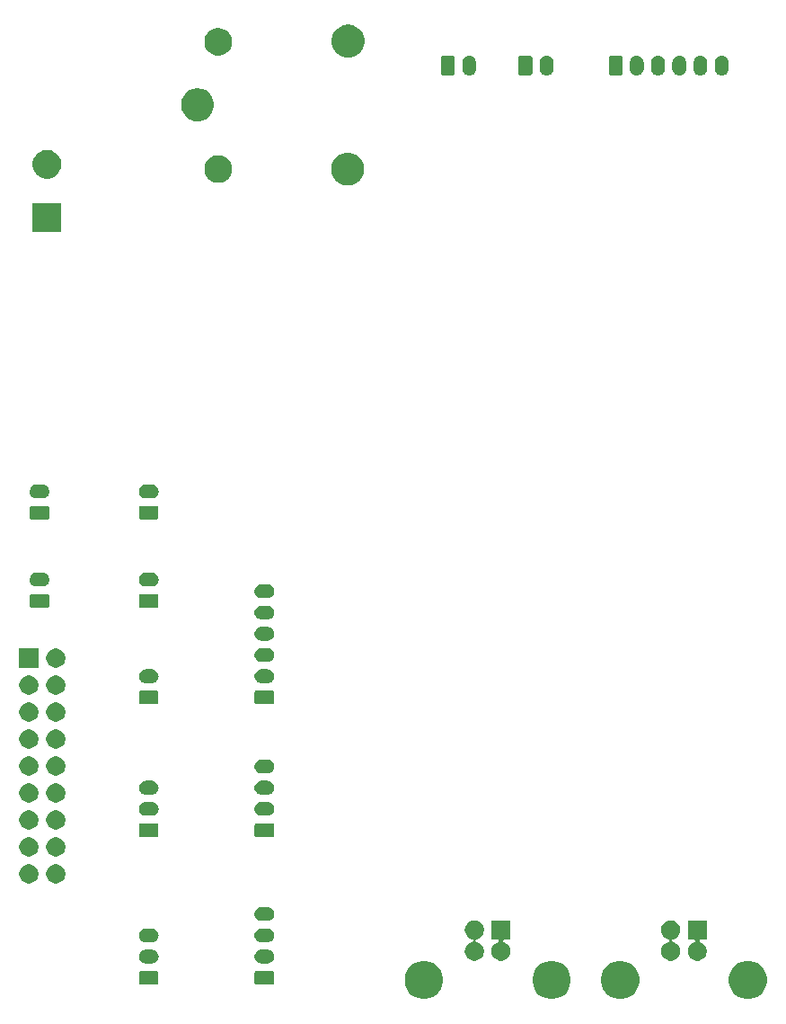
<source format=gbs>
G04 #@! TF.GenerationSoftware,KiCad,Pcbnew,(5.1.5)-3*
G04 #@! TF.CreationDate,2020-05-29T16:30:41+07:00*
G04 #@! TF.ProjectId,LIBV,4c494256-2e6b-4696-9361-645f70636258,rev?*
G04 #@! TF.SameCoordinates,PX6b93100PY86f1e60*
G04 #@! TF.FileFunction,Soldermask,Bot*
G04 #@! TF.FilePolarity,Negative*
%FSLAX46Y46*%
G04 Gerber Fmt 4.6, Leading zero omitted, Abs format (unit mm)*
G04 Created by KiCad (PCBNEW (5.1.5)-3) date 2020-05-29 16:30:41*
%MOMM*%
%LPD*%
G04 APERTURE LIST*
%ADD10C,0.100000*%
G04 APERTURE END LIST*
D10*
G36*
X53795331Y5021789D02*
G01*
X54123092Y4886026D01*
X54418070Y4688928D01*
X54668928Y4438070D01*
X54866026Y4143092D01*
X55001789Y3815331D01*
X55071000Y3467384D01*
X55071000Y3112616D01*
X55001789Y2764669D01*
X54866026Y2436908D01*
X54668928Y2141930D01*
X54418070Y1891072D01*
X54123092Y1693974D01*
X53795331Y1558211D01*
X53447384Y1489000D01*
X53092616Y1489000D01*
X52744669Y1558211D01*
X52416908Y1693974D01*
X52121930Y1891072D01*
X51871072Y2141930D01*
X51673974Y2436908D01*
X51538211Y2764669D01*
X51469000Y3112616D01*
X51469000Y3467384D01*
X51538211Y3815331D01*
X51673974Y4143092D01*
X51871072Y4438070D01*
X52121930Y4688928D01*
X52416908Y4886026D01*
X52744669Y5021789D01*
X53092616Y5091000D01*
X53447384Y5091000D01*
X53795331Y5021789D01*
G37*
G36*
X60255331Y5021789D02*
G01*
X60583092Y4886026D01*
X60878070Y4688928D01*
X61128928Y4438070D01*
X61326026Y4143092D01*
X61461789Y3815331D01*
X61531000Y3467384D01*
X61531000Y3112616D01*
X61461789Y2764669D01*
X61326026Y2436908D01*
X61128928Y2141930D01*
X60878070Y1891072D01*
X60583092Y1693974D01*
X60255331Y1558211D01*
X59907384Y1489000D01*
X59552616Y1489000D01*
X59204669Y1558211D01*
X58876908Y1693974D01*
X58581930Y1891072D01*
X58331072Y2141930D01*
X58133974Y2436908D01*
X57998211Y2764669D01*
X57929000Y3112616D01*
X57929000Y3467384D01*
X57998211Y3815331D01*
X58133974Y4143092D01*
X58331072Y4438070D01*
X58581930Y4688928D01*
X58876908Y4886026D01*
X59204669Y5021789D01*
X59552616Y5091000D01*
X59907384Y5091000D01*
X60255331Y5021789D01*
G37*
G36*
X72295331Y5021789D02*
G01*
X72623092Y4886026D01*
X72918070Y4688928D01*
X73168928Y4438070D01*
X73366026Y4143092D01*
X73501789Y3815331D01*
X73571000Y3467384D01*
X73571000Y3112616D01*
X73501789Y2764669D01*
X73366026Y2436908D01*
X73168928Y2141930D01*
X72918070Y1891072D01*
X72623092Y1693974D01*
X72295331Y1558211D01*
X71947384Y1489000D01*
X71592616Y1489000D01*
X71244669Y1558211D01*
X70916908Y1693974D01*
X70621930Y1891072D01*
X70371072Y2141930D01*
X70173974Y2436908D01*
X70038211Y2764669D01*
X69969000Y3112616D01*
X69969000Y3467384D01*
X70038211Y3815331D01*
X70173974Y4143092D01*
X70371072Y4438070D01*
X70621930Y4688928D01*
X70916908Y4886026D01*
X71244669Y5021789D01*
X71592616Y5091000D01*
X71947384Y5091000D01*
X72295331Y5021789D01*
G37*
G36*
X41755331Y5021789D02*
G01*
X42083092Y4886026D01*
X42378070Y4688928D01*
X42628928Y4438070D01*
X42826026Y4143092D01*
X42961789Y3815331D01*
X43031000Y3467384D01*
X43031000Y3112616D01*
X42961789Y2764669D01*
X42826026Y2436908D01*
X42628928Y2141930D01*
X42378070Y1891072D01*
X42083092Y1693974D01*
X41755331Y1558211D01*
X41407384Y1489000D01*
X41052616Y1489000D01*
X40704669Y1558211D01*
X40376908Y1693974D01*
X40081930Y1891072D01*
X39831072Y2141930D01*
X39633974Y2436908D01*
X39498211Y2764669D01*
X39429000Y3112616D01*
X39429000Y3467384D01*
X39498211Y3815331D01*
X39633974Y4143092D01*
X39831072Y4438070D01*
X40081930Y4688928D01*
X40376908Y4886026D01*
X40704669Y5021789D01*
X41052616Y5091000D01*
X41407384Y5091000D01*
X41755331Y5021789D01*
G37*
G36*
X26966242Y4146596D02*
G01*
X27003337Y4135343D01*
X27037515Y4117075D01*
X27067481Y4092481D01*
X27092075Y4062515D01*
X27110343Y4028337D01*
X27121596Y3991242D01*
X27126000Y3946526D01*
X27126000Y3053474D01*
X27121596Y3008758D01*
X27110343Y2971663D01*
X27092075Y2937485D01*
X27067481Y2907519D01*
X27037515Y2882925D01*
X27003337Y2864657D01*
X26966242Y2853404D01*
X26921526Y2849000D01*
X25478474Y2849000D01*
X25433758Y2853404D01*
X25396663Y2864657D01*
X25362485Y2882925D01*
X25332519Y2907519D01*
X25307925Y2937485D01*
X25289657Y2971663D01*
X25278404Y3008758D01*
X25274000Y3053474D01*
X25274000Y3946526D01*
X25278404Y3991242D01*
X25289657Y4028337D01*
X25307925Y4062515D01*
X25332519Y4092481D01*
X25362485Y4117075D01*
X25396663Y4135343D01*
X25433758Y4146596D01*
X25478474Y4151000D01*
X26921526Y4151000D01*
X26966242Y4146596D01*
G37*
G36*
X16066242Y4146596D02*
G01*
X16103337Y4135343D01*
X16137515Y4117075D01*
X16167481Y4092481D01*
X16192075Y4062515D01*
X16210343Y4028337D01*
X16221596Y3991242D01*
X16226000Y3946526D01*
X16226000Y3053474D01*
X16221596Y3008758D01*
X16210343Y2971663D01*
X16192075Y2937485D01*
X16167481Y2907519D01*
X16137515Y2882925D01*
X16103337Y2864657D01*
X16066242Y2853404D01*
X16021526Y2849000D01*
X14578474Y2849000D01*
X14533758Y2853404D01*
X14496663Y2864657D01*
X14462485Y2882925D01*
X14432519Y2907519D01*
X14407925Y2937485D01*
X14389657Y2971663D01*
X14378404Y3008758D01*
X14374000Y3053474D01*
X14374000Y3946526D01*
X14378404Y3991242D01*
X14389657Y4028337D01*
X14407925Y4062515D01*
X14432519Y4092481D01*
X14462485Y4117075D01*
X14496663Y4135343D01*
X14533758Y4146596D01*
X14578474Y4151000D01*
X16021526Y4151000D01*
X16066242Y4146596D01*
G37*
G36*
X26538855Y6147860D02*
G01*
X26602618Y6141580D01*
X26693404Y6114040D01*
X26725336Y6104354D01*
X26838425Y6043906D01*
X26937554Y5962554D01*
X27018906Y5863425D01*
X27079354Y5750336D01*
X27079355Y5750332D01*
X27116580Y5627618D01*
X27129149Y5500000D01*
X27116580Y5372382D01*
X27094668Y5300148D01*
X27079354Y5249664D01*
X27018906Y5136575D01*
X26937554Y5037446D01*
X26838425Y4956094D01*
X26725336Y4895646D01*
X26693623Y4886026D01*
X26602618Y4858420D01*
X26538855Y4852140D01*
X26506974Y4849000D01*
X25893026Y4849000D01*
X25861145Y4852140D01*
X25797382Y4858420D01*
X25706377Y4886026D01*
X25674664Y4895646D01*
X25561575Y4956094D01*
X25462446Y5037446D01*
X25381094Y5136575D01*
X25320646Y5249664D01*
X25305332Y5300148D01*
X25283420Y5372382D01*
X25270851Y5500000D01*
X25283420Y5627618D01*
X25320645Y5750332D01*
X25320646Y5750336D01*
X25381094Y5863425D01*
X25462446Y5962554D01*
X25561575Y6043906D01*
X25674664Y6104354D01*
X25706596Y6114040D01*
X25797382Y6141580D01*
X25861145Y6147860D01*
X25893026Y6151000D01*
X26506974Y6151000D01*
X26538855Y6147860D01*
G37*
G36*
X15638855Y6147860D02*
G01*
X15702618Y6141580D01*
X15793404Y6114040D01*
X15825336Y6104354D01*
X15938425Y6043906D01*
X16037554Y5962554D01*
X16118906Y5863425D01*
X16179354Y5750336D01*
X16179355Y5750332D01*
X16216580Y5627618D01*
X16229149Y5500000D01*
X16216580Y5372382D01*
X16194668Y5300148D01*
X16179354Y5249664D01*
X16118906Y5136575D01*
X16037554Y5037446D01*
X15938425Y4956094D01*
X15825336Y4895646D01*
X15793623Y4886026D01*
X15702618Y4858420D01*
X15638855Y4852140D01*
X15606974Y4849000D01*
X14993026Y4849000D01*
X14961145Y4852140D01*
X14897382Y4858420D01*
X14806377Y4886026D01*
X14774664Y4895646D01*
X14661575Y4956094D01*
X14562446Y5037446D01*
X14481094Y5136575D01*
X14420646Y5249664D01*
X14405332Y5300148D01*
X14383420Y5372382D01*
X14370851Y5500000D01*
X14383420Y5627618D01*
X14420645Y5750332D01*
X14420646Y5750336D01*
X14481094Y5863425D01*
X14562446Y5962554D01*
X14661575Y6043906D01*
X14774664Y6104354D01*
X14806596Y6114040D01*
X14897382Y6141580D01*
X14961145Y6147860D01*
X14993026Y6151000D01*
X15606974Y6151000D01*
X15638855Y6147860D01*
G37*
G36*
X46113512Y8896073D02*
G01*
X46262812Y8866376D01*
X46426784Y8798456D01*
X46574354Y8699853D01*
X46699853Y8574354D01*
X46798456Y8426784D01*
X46866376Y8262812D01*
X46888616Y8151000D01*
X46897895Y8104354D01*
X46901000Y8088741D01*
X46901000Y7911259D01*
X46866376Y7737188D01*
X46798456Y7573216D01*
X46699853Y7425646D01*
X46574354Y7300147D01*
X46426784Y7201544D01*
X46262812Y7133624D01*
X46207362Y7122595D01*
X46183922Y7115484D01*
X46162311Y7103933D01*
X46143369Y7088387D01*
X46127824Y7069445D01*
X46116273Y7047835D01*
X46109160Y7024386D01*
X46106758Y7000000D01*
X46109160Y6975613D01*
X46116273Y6952165D01*
X46127824Y6930554D01*
X46143370Y6911612D01*
X46162312Y6896067D01*
X46183922Y6884516D01*
X46207362Y6877405D01*
X46262812Y6866376D01*
X46426784Y6798456D01*
X46574354Y6699853D01*
X46699853Y6574354D01*
X46798456Y6426784D01*
X46866376Y6262812D01*
X46888616Y6151000D01*
X46897895Y6104354D01*
X46901000Y6088741D01*
X46901000Y5911259D01*
X46866376Y5737188D01*
X46798456Y5573216D01*
X46699853Y5425646D01*
X46574354Y5300147D01*
X46426784Y5201544D01*
X46262812Y5133624D01*
X46113512Y5103927D01*
X46088742Y5099000D01*
X45911258Y5099000D01*
X45886488Y5103927D01*
X45737188Y5133624D01*
X45573216Y5201544D01*
X45425646Y5300147D01*
X45300147Y5425646D01*
X45201544Y5573216D01*
X45133624Y5737188D01*
X45099000Y5911259D01*
X45099000Y6088741D01*
X45102106Y6104354D01*
X45111384Y6151000D01*
X45133624Y6262812D01*
X45201544Y6426784D01*
X45300147Y6574354D01*
X45425646Y6699853D01*
X45573216Y6798456D01*
X45737188Y6866376D01*
X45792638Y6877405D01*
X45816078Y6884516D01*
X45837689Y6896067D01*
X45856631Y6911613D01*
X45872176Y6930555D01*
X45883727Y6952165D01*
X45890840Y6975614D01*
X45893242Y7000000D01*
X45890840Y7024387D01*
X45883727Y7047835D01*
X45872176Y7069446D01*
X45856630Y7088388D01*
X45837688Y7103933D01*
X45816078Y7115484D01*
X45792638Y7122595D01*
X45737188Y7133624D01*
X45573216Y7201544D01*
X45425646Y7300147D01*
X45300147Y7425646D01*
X45201544Y7573216D01*
X45133624Y7737188D01*
X45099000Y7911259D01*
X45099000Y8088741D01*
X45102106Y8104354D01*
X45111384Y8151000D01*
X45133624Y8262812D01*
X45201544Y8426784D01*
X45300147Y8574354D01*
X45425646Y8699853D01*
X45573216Y8798456D01*
X45737188Y8866376D01*
X45886488Y8896073D01*
X45911258Y8901000D01*
X46088742Y8901000D01*
X46113512Y8896073D01*
G37*
G36*
X64613512Y8896073D02*
G01*
X64762812Y8866376D01*
X64926784Y8798456D01*
X65074354Y8699853D01*
X65199853Y8574354D01*
X65298456Y8426784D01*
X65366376Y8262812D01*
X65388616Y8151000D01*
X65397895Y8104354D01*
X65401000Y8088741D01*
X65401000Y7911259D01*
X65366376Y7737188D01*
X65298456Y7573216D01*
X65199853Y7425646D01*
X65074354Y7300147D01*
X64926784Y7201544D01*
X64762812Y7133624D01*
X64707362Y7122595D01*
X64683922Y7115484D01*
X64662311Y7103933D01*
X64643369Y7088387D01*
X64627824Y7069445D01*
X64616273Y7047835D01*
X64609160Y7024386D01*
X64606758Y7000000D01*
X64609160Y6975613D01*
X64616273Y6952165D01*
X64627824Y6930554D01*
X64643370Y6911612D01*
X64662312Y6896067D01*
X64683922Y6884516D01*
X64707362Y6877405D01*
X64762812Y6866376D01*
X64926784Y6798456D01*
X65074354Y6699853D01*
X65199853Y6574354D01*
X65298456Y6426784D01*
X65366376Y6262812D01*
X65388616Y6151000D01*
X65397895Y6104354D01*
X65401000Y6088741D01*
X65401000Y5911259D01*
X65366376Y5737188D01*
X65298456Y5573216D01*
X65199853Y5425646D01*
X65074354Y5300147D01*
X64926784Y5201544D01*
X64762812Y5133624D01*
X64613512Y5103927D01*
X64588742Y5099000D01*
X64411258Y5099000D01*
X64386488Y5103927D01*
X64237188Y5133624D01*
X64073216Y5201544D01*
X63925646Y5300147D01*
X63800147Y5425646D01*
X63701544Y5573216D01*
X63633624Y5737188D01*
X63599000Y5911259D01*
X63599000Y6088741D01*
X63602106Y6104354D01*
X63611384Y6151000D01*
X63633624Y6262812D01*
X63701544Y6426784D01*
X63800147Y6574354D01*
X63925646Y6699853D01*
X64073216Y6798456D01*
X64237188Y6866376D01*
X64292638Y6877405D01*
X64316078Y6884516D01*
X64337689Y6896067D01*
X64356631Y6911613D01*
X64372176Y6930555D01*
X64383727Y6952165D01*
X64390840Y6975614D01*
X64393242Y7000000D01*
X64390840Y7024387D01*
X64383727Y7047835D01*
X64372176Y7069446D01*
X64356630Y7088388D01*
X64337688Y7103933D01*
X64316078Y7115484D01*
X64292638Y7122595D01*
X64237188Y7133624D01*
X64073216Y7201544D01*
X63925646Y7300147D01*
X63800147Y7425646D01*
X63701544Y7573216D01*
X63633624Y7737188D01*
X63599000Y7911259D01*
X63599000Y8088741D01*
X63602106Y8104354D01*
X63611384Y8151000D01*
X63633624Y8262812D01*
X63701544Y8426784D01*
X63800147Y8574354D01*
X63925646Y8699853D01*
X64073216Y8798456D01*
X64237188Y8866376D01*
X64386488Y8896073D01*
X64411258Y8901000D01*
X64588742Y8901000D01*
X64613512Y8896073D01*
G37*
G36*
X67901000Y7099000D02*
G01*
X67329617Y7099000D01*
X67305231Y7096598D01*
X67281782Y7089485D01*
X67260171Y7077934D01*
X67241229Y7062389D01*
X67225684Y7043447D01*
X67214133Y7021836D01*
X67207020Y6998387D01*
X67204618Y6974001D01*
X67207020Y6949615D01*
X67214133Y6926166D01*
X67225684Y6904555D01*
X67241229Y6885613D01*
X67260171Y6870068D01*
X67281771Y6858523D01*
X67426784Y6798456D01*
X67574354Y6699853D01*
X67699853Y6574354D01*
X67798456Y6426784D01*
X67866376Y6262812D01*
X67888616Y6151000D01*
X67897895Y6104354D01*
X67901000Y6088741D01*
X67901000Y5911259D01*
X67866376Y5737188D01*
X67798456Y5573216D01*
X67699853Y5425646D01*
X67574354Y5300147D01*
X67426784Y5201544D01*
X67262812Y5133624D01*
X67113512Y5103927D01*
X67088742Y5099000D01*
X66911258Y5099000D01*
X66886488Y5103927D01*
X66737188Y5133624D01*
X66573216Y5201544D01*
X66425646Y5300147D01*
X66300147Y5425646D01*
X66201544Y5573216D01*
X66133624Y5737188D01*
X66099000Y5911259D01*
X66099000Y6088741D01*
X66102106Y6104354D01*
X66111384Y6151000D01*
X66133624Y6262812D01*
X66201544Y6426784D01*
X66300147Y6574354D01*
X66425646Y6699853D01*
X66573216Y6798456D01*
X66718229Y6858523D01*
X66739829Y6870068D01*
X66758771Y6885613D01*
X66774316Y6904555D01*
X66785867Y6926166D01*
X66792980Y6949615D01*
X66795382Y6974001D01*
X66792980Y6998387D01*
X66785867Y7021836D01*
X66774316Y7043447D01*
X66758771Y7062389D01*
X66739829Y7077934D01*
X66718218Y7089485D01*
X66694769Y7096598D01*
X66670383Y7099000D01*
X66099000Y7099000D01*
X66099000Y8901000D01*
X67901000Y8901000D01*
X67901000Y7099000D01*
G37*
G36*
X49401000Y7099000D02*
G01*
X48829617Y7099000D01*
X48805231Y7096598D01*
X48781782Y7089485D01*
X48760171Y7077934D01*
X48741229Y7062389D01*
X48725684Y7043447D01*
X48714133Y7021836D01*
X48707020Y6998387D01*
X48704618Y6974001D01*
X48707020Y6949615D01*
X48714133Y6926166D01*
X48725684Y6904555D01*
X48741229Y6885613D01*
X48760171Y6870068D01*
X48781771Y6858523D01*
X48926784Y6798456D01*
X49074354Y6699853D01*
X49199853Y6574354D01*
X49298456Y6426784D01*
X49366376Y6262812D01*
X49388616Y6151000D01*
X49397895Y6104354D01*
X49401000Y6088741D01*
X49401000Y5911259D01*
X49366376Y5737188D01*
X49298456Y5573216D01*
X49199853Y5425646D01*
X49074354Y5300147D01*
X48926784Y5201544D01*
X48762812Y5133624D01*
X48613512Y5103927D01*
X48588742Y5099000D01*
X48411258Y5099000D01*
X48386488Y5103927D01*
X48237188Y5133624D01*
X48073216Y5201544D01*
X47925646Y5300147D01*
X47800147Y5425646D01*
X47701544Y5573216D01*
X47633624Y5737188D01*
X47599000Y5911259D01*
X47599000Y6088741D01*
X47602106Y6104354D01*
X47611384Y6151000D01*
X47633624Y6262812D01*
X47701544Y6426784D01*
X47800147Y6574354D01*
X47925646Y6699853D01*
X48073216Y6798456D01*
X48218229Y6858523D01*
X48239829Y6870068D01*
X48258771Y6885613D01*
X48274316Y6904555D01*
X48285867Y6926166D01*
X48292980Y6949615D01*
X48295382Y6974001D01*
X48292980Y6998387D01*
X48285867Y7021836D01*
X48274316Y7043447D01*
X48258771Y7062389D01*
X48239829Y7077934D01*
X48218218Y7089485D01*
X48194769Y7096598D01*
X48170383Y7099000D01*
X47599000Y7099000D01*
X47599000Y8901000D01*
X49401000Y8901000D01*
X49401000Y7099000D01*
G37*
G36*
X15638855Y8147860D02*
G01*
X15702618Y8141580D01*
X15793404Y8114040D01*
X15825336Y8104354D01*
X15938425Y8043906D01*
X16037554Y7962554D01*
X16118906Y7863425D01*
X16179354Y7750336D01*
X16179355Y7750332D01*
X16216580Y7627618D01*
X16229149Y7500000D01*
X16216580Y7372382D01*
X16194668Y7300148D01*
X16179354Y7249664D01*
X16118906Y7136575D01*
X16037554Y7037446D01*
X15938425Y6956094D01*
X15825336Y6895646D01*
X15793404Y6885960D01*
X15702618Y6858420D01*
X15638855Y6852140D01*
X15606974Y6849000D01*
X14993026Y6849000D01*
X14961145Y6852140D01*
X14897382Y6858420D01*
X14806596Y6885960D01*
X14774664Y6895646D01*
X14661575Y6956094D01*
X14562446Y7037446D01*
X14481094Y7136575D01*
X14420646Y7249664D01*
X14405332Y7300148D01*
X14383420Y7372382D01*
X14370851Y7500000D01*
X14383420Y7627618D01*
X14420645Y7750332D01*
X14420646Y7750336D01*
X14481094Y7863425D01*
X14562446Y7962554D01*
X14661575Y8043906D01*
X14774664Y8104354D01*
X14806596Y8114040D01*
X14897382Y8141580D01*
X14961145Y8147860D01*
X14993026Y8151000D01*
X15606974Y8151000D01*
X15638855Y8147860D01*
G37*
G36*
X26538855Y8147860D02*
G01*
X26602618Y8141580D01*
X26693404Y8114040D01*
X26725336Y8104354D01*
X26838425Y8043906D01*
X26937554Y7962554D01*
X27018906Y7863425D01*
X27079354Y7750336D01*
X27079355Y7750332D01*
X27116580Y7627618D01*
X27129149Y7500000D01*
X27116580Y7372382D01*
X27094668Y7300148D01*
X27079354Y7249664D01*
X27018906Y7136575D01*
X26937554Y7037446D01*
X26838425Y6956094D01*
X26725336Y6895646D01*
X26693404Y6885960D01*
X26602618Y6858420D01*
X26538855Y6852140D01*
X26506974Y6849000D01*
X25893026Y6849000D01*
X25861145Y6852140D01*
X25797382Y6858420D01*
X25706596Y6885960D01*
X25674664Y6895646D01*
X25561575Y6956094D01*
X25462446Y7037446D01*
X25381094Y7136575D01*
X25320646Y7249664D01*
X25305332Y7300148D01*
X25283420Y7372382D01*
X25270851Y7500000D01*
X25283420Y7627618D01*
X25320645Y7750332D01*
X25320646Y7750336D01*
X25381094Y7863425D01*
X25462446Y7962554D01*
X25561575Y8043906D01*
X25674664Y8104354D01*
X25706596Y8114040D01*
X25797382Y8141580D01*
X25861145Y8147860D01*
X25893026Y8151000D01*
X26506974Y8151000D01*
X26538855Y8147860D01*
G37*
G36*
X26538855Y10147860D02*
G01*
X26602618Y10141580D01*
X26693404Y10114040D01*
X26725336Y10104354D01*
X26838425Y10043906D01*
X26937554Y9962554D01*
X27018906Y9863425D01*
X27079354Y9750336D01*
X27079355Y9750332D01*
X27116580Y9627618D01*
X27129149Y9500000D01*
X27116580Y9372382D01*
X27089040Y9281596D01*
X27079354Y9249664D01*
X27018906Y9136575D01*
X26937554Y9037446D01*
X26838425Y8956094D01*
X26725336Y8895646D01*
X26693404Y8885960D01*
X26602618Y8858420D01*
X26538855Y8852140D01*
X26506974Y8849000D01*
X25893026Y8849000D01*
X25861145Y8852140D01*
X25797382Y8858420D01*
X25706596Y8885960D01*
X25674664Y8895646D01*
X25561575Y8956094D01*
X25462446Y9037446D01*
X25381094Y9136575D01*
X25320646Y9249664D01*
X25310960Y9281596D01*
X25283420Y9372382D01*
X25270851Y9500000D01*
X25283420Y9627618D01*
X25320645Y9750332D01*
X25320646Y9750336D01*
X25381094Y9863425D01*
X25462446Y9962554D01*
X25561575Y10043906D01*
X25674664Y10104354D01*
X25706596Y10114040D01*
X25797382Y10141580D01*
X25861145Y10147860D01*
X25893026Y10151000D01*
X26506974Y10151000D01*
X26538855Y10147860D01*
G37*
G36*
X6653512Y14176073D02*
G01*
X6802812Y14146376D01*
X6966784Y14078456D01*
X7114354Y13979853D01*
X7239853Y13854354D01*
X7338456Y13706784D01*
X7406376Y13542812D01*
X7441000Y13368741D01*
X7441000Y13191259D01*
X7406376Y13017188D01*
X7338456Y12853216D01*
X7239853Y12705646D01*
X7114354Y12580147D01*
X6966784Y12481544D01*
X6802812Y12413624D01*
X6653512Y12383927D01*
X6628742Y12379000D01*
X6451258Y12379000D01*
X6426488Y12383927D01*
X6277188Y12413624D01*
X6113216Y12481544D01*
X5965646Y12580147D01*
X5840147Y12705646D01*
X5741544Y12853216D01*
X5673624Y13017188D01*
X5639000Y13191259D01*
X5639000Y13368741D01*
X5673624Y13542812D01*
X5741544Y13706784D01*
X5840147Y13854354D01*
X5965646Y13979853D01*
X6113216Y14078456D01*
X6277188Y14146376D01*
X6426488Y14176073D01*
X6451258Y14181000D01*
X6628742Y14181000D01*
X6653512Y14176073D01*
G37*
G36*
X4113512Y14176073D02*
G01*
X4262812Y14146376D01*
X4426784Y14078456D01*
X4574354Y13979853D01*
X4699853Y13854354D01*
X4798456Y13706784D01*
X4866376Y13542812D01*
X4901000Y13368741D01*
X4901000Y13191259D01*
X4866376Y13017188D01*
X4798456Y12853216D01*
X4699853Y12705646D01*
X4574354Y12580147D01*
X4426784Y12481544D01*
X4262812Y12413624D01*
X4113512Y12383927D01*
X4088742Y12379000D01*
X3911258Y12379000D01*
X3886488Y12383927D01*
X3737188Y12413624D01*
X3573216Y12481544D01*
X3425646Y12580147D01*
X3300147Y12705646D01*
X3201544Y12853216D01*
X3133624Y13017188D01*
X3099000Y13191259D01*
X3099000Y13368741D01*
X3133624Y13542812D01*
X3201544Y13706784D01*
X3300147Y13854354D01*
X3425646Y13979853D01*
X3573216Y14078456D01*
X3737188Y14146376D01*
X3886488Y14176073D01*
X3911258Y14181000D01*
X4088742Y14181000D01*
X4113512Y14176073D01*
G37*
G36*
X4113512Y16716073D02*
G01*
X4262812Y16686376D01*
X4426784Y16618456D01*
X4574354Y16519853D01*
X4699853Y16394354D01*
X4798456Y16246784D01*
X4866376Y16082812D01*
X4901000Y15908741D01*
X4901000Y15731259D01*
X4866376Y15557188D01*
X4798456Y15393216D01*
X4699853Y15245646D01*
X4574354Y15120147D01*
X4426784Y15021544D01*
X4262812Y14953624D01*
X4113512Y14923927D01*
X4088742Y14919000D01*
X3911258Y14919000D01*
X3886488Y14923927D01*
X3737188Y14953624D01*
X3573216Y15021544D01*
X3425646Y15120147D01*
X3300147Y15245646D01*
X3201544Y15393216D01*
X3133624Y15557188D01*
X3099000Y15731259D01*
X3099000Y15908741D01*
X3133624Y16082812D01*
X3201544Y16246784D01*
X3300147Y16394354D01*
X3425646Y16519853D01*
X3573216Y16618456D01*
X3737188Y16686376D01*
X3886488Y16716073D01*
X3911258Y16721000D01*
X4088742Y16721000D01*
X4113512Y16716073D01*
G37*
G36*
X6653512Y16716073D02*
G01*
X6802812Y16686376D01*
X6966784Y16618456D01*
X7114354Y16519853D01*
X7239853Y16394354D01*
X7338456Y16246784D01*
X7406376Y16082812D01*
X7441000Y15908741D01*
X7441000Y15731259D01*
X7406376Y15557188D01*
X7338456Y15393216D01*
X7239853Y15245646D01*
X7114354Y15120147D01*
X6966784Y15021544D01*
X6802812Y14953624D01*
X6653512Y14923927D01*
X6628742Y14919000D01*
X6451258Y14919000D01*
X6426488Y14923927D01*
X6277188Y14953624D01*
X6113216Y15021544D01*
X5965646Y15120147D01*
X5840147Y15245646D01*
X5741544Y15393216D01*
X5673624Y15557188D01*
X5639000Y15731259D01*
X5639000Y15908741D01*
X5673624Y16082812D01*
X5741544Y16246784D01*
X5840147Y16394354D01*
X5965646Y16519853D01*
X6113216Y16618456D01*
X6277188Y16686376D01*
X6426488Y16716073D01*
X6451258Y16721000D01*
X6628742Y16721000D01*
X6653512Y16716073D01*
G37*
G36*
X16066242Y18046596D02*
G01*
X16103337Y18035343D01*
X16137515Y18017075D01*
X16167481Y17992481D01*
X16192075Y17962515D01*
X16210343Y17928337D01*
X16221596Y17891242D01*
X16226000Y17846526D01*
X16226000Y16953474D01*
X16221596Y16908758D01*
X16210343Y16871663D01*
X16192075Y16837485D01*
X16167481Y16807519D01*
X16137515Y16782925D01*
X16103337Y16764657D01*
X16066242Y16753404D01*
X16021526Y16749000D01*
X14578474Y16749000D01*
X14533758Y16753404D01*
X14496663Y16764657D01*
X14462485Y16782925D01*
X14432519Y16807519D01*
X14407925Y16837485D01*
X14389657Y16871663D01*
X14378404Y16908758D01*
X14374000Y16953474D01*
X14374000Y17846526D01*
X14378404Y17891242D01*
X14389657Y17928337D01*
X14407925Y17962515D01*
X14432519Y17992481D01*
X14462485Y18017075D01*
X14496663Y18035343D01*
X14533758Y18046596D01*
X14578474Y18051000D01*
X16021526Y18051000D01*
X16066242Y18046596D01*
G37*
G36*
X26966242Y18046596D02*
G01*
X27003337Y18035343D01*
X27037515Y18017075D01*
X27067481Y17992481D01*
X27092075Y17962515D01*
X27110343Y17928337D01*
X27121596Y17891242D01*
X27126000Y17846526D01*
X27126000Y16953474D01*
X27121596Y16908758D01*
X27110343Y16871663D01*
X27092075Y16837485D01*
X27067481Y16807519D01*
X27037515Y16782925D01*
X27003337Y16764657D01*
X26966242Y16753404D01*
X26921526Y16749000D01*
X25478474Y16749000D01*
X25433758Y16753404D01*
X25396663Y16764657D01*
X25362485Y16782925D01*
X25332519Y16807519D01*
X25307925Y16837485D01*
X25289657Y16871663D01*
X25278404Y16908758D01*
X25274000Y16953474D01*
X25274000Y17846526D01*
X25278404Y17891242D01*
X25289657Y17928337D01*
X25307925Y17962515D01*
X25332519Y17992481D01*
X25362485Y18017075D01*
X25396663Y18035343D01*
X25433758Y18046596D01*
X25478474Y18051000D01*
X26921526Y18051000D01*
X26966242Y18046596D01*
G37*
G36*
X4113512Y19256073D02*
G01*
X4262812Y19226376D01*
X4426784Y19158456D01*
X4574354Y19059853D01*
X4699853Y18934354D01*
X4798456Y18786784D01*
X4866376Y18622812D01*
X4901000Y18448741D01*
X4901000Y18271259D01*
X4866376Y18097188D01*
X4798456Y17933216D01*
X4699853Y17785646D01*
X4574354Y17660147D01*
X4426784Y17561544D01*
X4262812Y17493624D01*
X4113512Y17463927D01*
X4088742Y17459000D01*
X3911258Y17459000D01*
X3886488Y17463927D01*
X3737188Y17493624D01*
X3573216Y17561544D01*
X3425646Y17660147D01*
X3300147Y17785646D01*
X3201544Y17933216D01*
X3133624Y18097188D01*
X3099000Y18271259D01*
X3099000Y18448741D01*
X3133624Y18622812D01*
X3201544Y18786784D01*
X3300147Y18934354D01*
X3425646Y19059853D01*
X3573216Y19158456D01*
X3737188Y19226376D01*
X3886488Y19256073D01*
X3911258Y19261000D01*
X4088742Y19261000D01*
X4113512Y19256073D01*
G37*
G36*
X6653512Y19256073D02*
G01*
X6802812Y19226376D01*
X6966784Y19158456D01*
X7114354Y19059853D01*
X7239853Y18934354D01*
X7338456Y18786784D01*
X7406376Y18622812D01*
X7441000Y18448741D01*
X7441000Y18271259D01*
X7406376Y18097188D01*
X7338456Y17933216D01*
X7239853Y17785646D01*
X7114354Y17660147D01*
X6966784Y17561544D01*
X6802812Y17493624D01*
X6653512Y17463927D01*
X6628742Y17459000D01*
X6451258Y17459000D01*
X6426488Y17463927D01*
X6277188Y17493624D01*
X6113216Y17561544D01*
X5965646Y17660147D01*
X5840147Y17785646D01*
X5741544Y17933216D01*
X5673624Y18097188D01*
X5639000Y18271259D01*
X5639000Y18448741D01*
X5673624Y18622812D01*
X5741544Y18786784D01*
X5840147Y18934354D01*
X5965646Y19059853D01*
X6113216Y19158456D01*
X6277188Y19226376D01*
X6426488Y19256073D01*
X6451258Y19261000D01*
X6628742Y19261000D01*
X6653512Y19256073D01*
G37*
G36*
X26538855Y20047860D02*
G01*
X26602618Y20041580D01*
X26693404Y20014040D01*
X26725336Y20004354D01*
X26838425Y19943906D01*
X26937554Y19862554D01*
X27018906Y19763425D01*
X27079354Y19650336D01*
X27079355Y19650332D01*
X27116580Y19527618D01*
X27129149Y19400000D01*
X27116580Y19272382D01*
X27113127Y19261000D01*
X27079354Y19149664D01*
X27018906Y19036575D01*
X26937554Y18937446D01*
X26838425Y18856094D01*
X26725336Y18795646D01*
X26696121Y18786784D01*
X26602618Y18758420D01*
X26538855Y18752140D01*
X26506974Y18749000D01*
X25893026Y18749000D01*
X25861145Y18752140D01*
X25797382Y18758420D01*
X25703879Y18786784D01*
X25674664Y18795646D01*
X25561575Y18856094D01*
X25462446Y18937446D01*
X25381094Y19036575D01*
X25320646Y19149664D01*
X25286873Y19261000D01*
X25283420Y19272382D01*
X25270851Y19400000D01*
X25283420Y19527618D01*
X25320645Y19650332D01*
X25320646Y19650336D01*
X25381094Y19763425D01*
X25462446Y19862554D01*
X25561575Y19943906D01*
X25674664Y20004354D01*
X25706596Y20014040D01*
X25797382Y20041580D01*
X25861145Y20047860D01*
X25893026Y20051000D01*
X26506974Y20051000D01*
X26538855Y20047860D01*
G37*
G36*
X15638855Y20047860D02*
G01*
X15702618Y20041580D01*
X15793404Y20014040D01*
X15825336Y20004354D01*
X15938425Y19943906D01*
X16037554Y19862554D01*
X16118906Y19763425D01*
X16179354Y19650336D01*
X16179355Y19650332D01*
X16216580Y19527618D01*
X16229149Y19400000D01*
X16216580Y19272382D01*
X16213127Y19261000D01*
X16179354Y19149664D01*
X16118906Y19036575D01*
X16037554Y18937446D01*
X15938425Y18856094D01*
X15825336Y18795646D01*
X15796121Y18786784D01*
X15702618Y18758420D01*
X15638855Y18752140D01*
X15606974Y18749000D01*
X14993026Y18749000D01*
X14961145Y18752140D01*
X14897382Y18758420D01*
X14803879Y18786784D01*
X14774664Y18795646D01*
X14661575Y18856094D01*
X14562446Y18937446D01*
X14481094Y19036575D01*
X14420646Y19149664D01*
X14386873Y19261000D01*
X14383420Y19272382D01*
X14370851Y19400000D01*
X14383420Y19527618D01*
X14420645Y19650332D01*
X14420646Y19650336D01*
X14481094Y19763425D01*
X14562446Y19862554D01*
X14661575Y19943906D01*
X14774664Y20004354D01*
X14806596Y20014040D01*
X14897382Y20041580D01*
X14961145Y20047860D01*
X14993026Y20051000D01*
X15606974Y20051000D01*
X15638855Y20047860D01*
G37*
G36*
X6653512Y21796073D02*
G01*
X6802812Y21766376D01*
X6966784Y21698456D01*
X7114354Y21599853D01*
X7239853Y21474354D01*
X7338456Y21326784D01*
X7406376Y21162812D01*
X7436073Y21013512D01*
X7441000Y20988742D01*
X7441000Y20811258D01*
X7437894Y20795645D01*
X7406376Y20637188D01*
X7338456Y20473216D01*
X7239853Y20325646D01*
X7114354Y20200147D01*
X6966784Y20101544D01*
X6802812Y20033624D01*
X6655663Y20004355D01*
X6628742Y19999000D01*
X6451258Y19999000D01*
X6424337Y20004355D01*
X6277188Y20033624D01*
X6113216Y20101544D01*
X5965646Y20200147D01*
X5840147Y20325646D01*
X5741544Y20473216D01*
X5673624Y20637188D01*
X5642106Y20795645D01*
X5639000Y20811258D01*
X5639000Y20988742D01*
X5643927Y21013512D01*
X5673624Y21162812D01*
X5741544Y21326784D01*
X5840147Y21474354D01*
X5965646Y21599853D01*
X6113216Y21698456D01*
X6277188Y21766376D01*
X6426488Y21796073D01*
X6451258Y21801000D01*
X6628742Y21801000D01*
X6653512Y21796073D01*
G37*
G36*
X4113512Y21796073D02*
G01*
X4262812Y21766376D01*
X4426784Y21698456D01*
X4574354Y21599853D01*
X4699853Y21474354D01*
X4798456Y21326784D01*
X4866376Y21162812D01*
X4896073Y21013512D01*
X4901000Y20988742D01*
X4901000Y20811258D01*
X4897894Y20795645D01*
X4866376Y20637188D01*
X4798456Y20473216D01*
X4699853Y20325646D01*
X4574354Y20200147D01*
X4426784Y20101544D01*
X4262812Y20033624D01*
X4115663Y20004355D01*
X4088742Y19999000D01*
X3911258Y19999000D01*
X3884337Y20004355D01*
X3737188Y20033624D01*
X3573216Y20101544D01*
X3425646Y20200147D01*
X3300147Y20325646D01*
X3201544Y20473216D01*
X3133624Y20637188D01*
X3102106Y20795645D01*
X3099000Y20811258D01*
X3099000Y20988742D01*
X3103927Y21013512D01*
X3133624Y21162812D01*
X3201544Y21326784D01*
X3300147Y21474354D01*
X3425646Y21599853D01*
X3573216Y21698456D01*
X3737188Y21766376D01*
X3886488Y21796073D01*
X3911258Y21801000D01*
X4088742Y21801000D01*
X4113512Y21796073D01*
G37*
G36*
X15638855Y22047860D02*
G01*
X15702618Y22041580D01*
X15793404Y22014040D01*
X15825336Y22004354D01*
X15938425Y21943906D01*
X16037554Y21862554D01*
X16118906Y21763425D01*
X16179354Y21650336D01*
X16179355Y21650332D01*
X16216580Y21527618D01*
X16229149Y21400000D01*
X16216580Y21272382D01*
X16189040Y21181596D01*
X16179354Y21149664D01*
X16118906Y21036575D01*
X16037554Y20937446D01*
X15938425Y20856094D01*
X15825336Y20795646D01*
X15793404Y20785960D01*
X15702618Y20758420D01*
X15638855Y20752140D01*
X15606974Y20749000D01*
X14993026Y20749000D01*
X14961145Y20752140D01*
X14897382Y20758420D01*
X14806596Y20785960D01*
X14774664Y20795646D01*
X14661575Y20856094D01*
X14562446Y20937446D01*
X14481094Y21036575D01*
X14420646Y21149664D01*
X14410960Y21181596D01*
X14383420Y21272382D01*
X14370851Y21400000D01*
X14383420Y21527618D01*
X14420645Y21650332D01*
X14420646Y21650336D01*
X14481094Y21763425D01*
X14562446Y21862554D01*
X14661575Y21943906D01*
X14774664Y22004354D01*
X14806596Y22014040D01*
X14897382Y22041580D01*
X14961145Y22047860D01*
X14993026Y22051000D01*
X15606974Y22051000D01*
X15638855Y22047860D01*
G37*
G36*
X26538855Y22047860D02*
G01*
X26602618Y22041580D01*
X26693404Y22014040D01*
X26725336Y22004354D01*
X26838425Y21943906D01*
X26937554Y21862554D01*
X27018906Y21763425D01*
X27079354Y21650336D01*
X27079355Y21650332D01*
X27116580Y21527618D01*
X27129149Y21400000D01*
X27116580Y21272382D01*
X27089040Y21181596D01*
X27079354Y21149664D01*
X27018906Y21036575D01*
X26937554Y20937446D01*
X26838425Y20856094D01*
X26725336Y20795646D01*
X26693404Y20785960D01*
X26602618Y20758420D01*
X26538855Y20752140D01*
X26506974Y20749000D01*
X25893026Y20749000D01*
X25861145Y20752140D01*
X25797382Y20758420D01*
X25706596Y20785960D01*
X25674664Y20795646D01*
X25561575Y20856094D01*
X25462446Y20937446D01*
X25381094Y21036575D01*
X25320646Y21149664D01*
X25310960Y21181596D01*
X25283420Y21272382D01*
X25270851Y21400000D01*
X25283420Y21527618D01*
X25320645Y21650332D01*
X25320646Y21650336D01*
X25381094Y21763425D01*
X25462446Y21862554D01*
X25561575Y21943906D01*
X25674664Y22004354D01*
X25706596Y22014040D01*
X25797382Y22041580D01*
X25861145Y22047860D01*
X25893026Y22051000D01*
X26506974Y22051000D01*
X26538855Y22047860D01*
G37*
G36*
X4113512Y24336073D02*
G01*
X4262812Y24306376D01*
X4426784Y24238456D01*
X4574354Y24139853D01*
X4699853Y24014354D01*
X4798456Y23866784D01*
X4866376Y23702812D01*
X4901000Y23528741D01*
X4901000Y23351259D01*
X4866376Y23177188D01*
X4798456Y23013216D01*
X4699853Y22865646D01*
X4574354Y22740147D01*
X4426784Y22641544D01*
X4262812Y22573624D01*
X4113512Y22543927D01*
X4088742Y22539000D01*
X3911258Y22539000D01*
X3886488Y22543927D01*
X3737188Y22573624D01*
X3573216Y22641544D01*
X3425646Y22740147D01*
X3300147Y22865646D01*
X3201544Y23013216D01*
X3133624Y23177188D01*
X3099000Y23351259D01*
X3099000Y23528741D01*
X3133624Y23702812D01*
X3201544Y23866784D01*
X3300147Y24014354D01*
X3425646Y24139853D01*
X3573216Y24238456D01*
X3737188Y24306376D01*
X3886488Y24336073D01*
X3911258Y24341000D01*
X4088742Y24341000D01*
X4113512Y24336073D01*
G37*
G36*
X6653512Y24336073D02*
G01*
X6802812Y24306376D01*
X6966784Y24238456D01*
X7114354Y24139853D01*
X7239853Y24014354D01*
X7338456Y23866784D01*
X7406376Y23702812D01*
X7441000Y23528741D01*
X7441000Y23351259D01*
X7406376Y23177188D01*
X7338456Y23013216D01*
X7239853Y22865646D01*
X7114354Y22740147D01*
X6966784Y22641544D01*
X6802812Y22573624D01*
X6653512Y22543927D01*
X6628742Y22539000D01*
X6451258Y22539000D01*
X6426488Y22543927D01*
X6277188Y22573624D01*
X6113216Y22641544D01*
X5965646Y22740147D01*
X5840147Y22865646D01*
X5741544Y23013216D01*
X5673624Y23177188D01*
X5639000Y23351259D01*
X5639000Y23528741D01*
X5673624Y23702812D01*
X5741544Y23866784D01*
X5840147Y24014354D01*
X5965646Y24139853D01*
X6113216Y24238456D01*
X6277188Y24306376D01*
X6426488Y24336073D01*
X6451258Y24341000D01*
X6628742Y24341000D01*
X6653512Y24336073D01*
G37*
G36*
X26538855Y24047860D02*
G01*
X26602618Y24041580D01*
X26692370Y24014354D01*
X26725336Y24004354D01*
X26838425Y23943906D01*
X26937554Y23862554D01*
X27018906Y23763425D01*
X27079354Y23650336D01*
X27079355Y23650332D01*
X27116580Y23527618D01*
X27129149Y23400000D01*
X27116580Y23272382D01*
X27089040Y23181596D01*
X27079354Y23149664D01*
X27018906Y23036575D01*
X26937554Y22937446D01*
X26838425Y22856094D01*
X26725336Y22795646D01*
X26693404Y22785960D01*
X26602618Y22758420D01*
X26538855Y22752140D01*
X26506974Y22749000D01*
X25893026Y22749000D01*
X25861145Y22752140D01*
X25797382Y22758420D01*
X25706596Y22785960D01*
X25674664Y22795646D01*
X25561575Y22856094D01*
X25462446Y22937446D01*
X25381094Y23036575D01*
X25320646Y23149664D01*
X25310960Y23181596D01*
X25283420Y23272382D01*
X25270851Y23400000D01*
X25283420Y23527618D01*
X25320645Y23650332D01*
X25320646Y23650336D01*
X25381094Y23763425D01*
X25462446Y23862554D01*
X25561575Y23943906D01*
X25674664Y24004354D01*
X25707630Y24014354D01*
X25797382Y24041580D01*
X25861145Y24047860D01*
X25893026Y24051000D01*
X26506974Y24051000D01*
X26538855Y24047860D01*
G37*
G36*
X6653512Y26876073D02*
G01*
X6802812Y26846376D01*
X6966784Y26778456D01*
X7114354Y26679853D01*
X7239853Y26554354D01*
X7338456Y26406784D01*
X7406376Y26242812D01*
X7441000Y26068741D01*
X7441000Y25891259D01*
X7406376Y25717188D01*
X7338456Y25553216D01*
X7239853Y25405646D01*
X7114354Y25280147D01*
X6966784Y25181544D01*
X6802812Y25113624D01*
X6653512Y25083927D01*
X6628742Y25079000D01*
X6451258Y25079000D01*
X6426488Y25083927D01*
X6277188Y25113624D01*
X6113216Y25181544D01*
X5965646Y25280147D01*
X5840147Y25405646D01*
X5741544Y25553216D01*
X5673624Y25717188D01*
X5639000Y25891259D01*
X5639000Y26068741D01*
X5673624Y26242812D01*
X5741544Y26406784D01*
X5840147Y26554354D01*
X5965646Y26679853D01*
X6113216Y26778456D01*
X6277188Y26846376D01*
X6426488Y26876073D01*
X6451258Y26881000D01*
X6628742Y26881000D01*
X6653512Y26876073D01*
G37*
G36*
X4113512Y26876073D02*
G01*
X4262812Y26846376D01*
X4426784Y26778456D01*
X4574354Y26679853D01*
X4699853Y26554354D01*
X4798456Y26406784D01*
X4866376Y26242812D01*
X4901000Y26068741D01*
X4901000Y25891259D01*
X4866376Y25717188D01*
X4798456Y25553216D01*
X4699853Y25405646D01*
X4574354Y25280147D01*
X4426784Y25181544D01*
X4262812Y25113624D01*
X4113512Y25083927D01*
X4088742Y25079000D01*
X3911258Y25079000D01*
X3886488Y25083927D01*
X3737188Y25113624D01*
X3573216Y25181544D01*
X3425646Y25280147D01*
X3300147Y25405646D01*
X3201544Y25553216D01*
X3133624Y25717188D01*
X3099000Y25891259D01*
X3099000Y26068741D01*
X3133624Y26242812D01*
X3201544Y26406784D01*
X3300147Y26554354D01*
X3425646Y26679853D01*
X3573216Y26778456D01*
X3737188Y26846376D01*
X3886488Y26876073D01*
X3911258Y26881000D01*
X4088742Y26881000D01*
X4113512Y26876073D01*
G37*
G36*
X4111631Y29416447D02*
G01*
X4262812Y29386376D01*
X4426784Y29318456D01*
X4574354Y29219853D01*
X4699853Y29094354D01*
X4798456Y28946784D01*
X4866376Y28782812D01*
X4901000Y28608741D01*
X4901000Y28431259D01*
X4866376Y28257188D01*
X4798456Y28093216D01*
X4699853Y27945646D01*
X4574354Y27820147D01*
X4426784Y27721544D01*
X4262812Y27653624D01*
X4113512Y27623927D01*
X4088742Y27619000D01*
X3911258Y27619000D01*
X3886488Y27623927D01*
X3737188Y27653624D01*
X3573216Y27721544D01*
X3425646Y27820147D01*
X3300147Y27945646D01*
X3201544Y28093216D01*
X3133624Y28257188D01*
X3099000Y28431259D01*
X3099000Y28608741D01*
X3133624Y28782812D01*
X3201544Y28946784D01*
X3300147Y29094354D01*
X3425646Y29219853D01*
X3573216Y29318456D01*
X3737188Y29386376D01*
X3888369Y29416447D01*
X3911258Y29421000D01*
X4088742Y29421000D01*
X4111631Y29416447D01*
G37*
G36*
X6651631Y29416447D02*
G01*
X6802812Y29386376D01*
X6966784Y29318456D01*
X7114354Y29219853D01*
X7239853Y29094354D01*
X7338456Y28946784D01*
X7406376Y28782812D01*
X7441000Y28608741D01*
X7441000Y28431259D01*
X7406376Y28257188D01*
X7338456Y28093216D01*
X7239853Y27945646D01*
X7114354Y27820147D01*
X6966784Y27721544D01*
X6802812Y27653624D01*
X6653512Y27623927D01*
X6628742Y27619000D01*
X6451258Y27619000D01*
X6426488Y27623927D01*
X6277188Y27653624D01*
X6113216Y27721544D01*
X5965646Y27820147D01*
X5840147Y27945646D01*
X5741544Y28093216D01*
X5673624Y28257188D01*
X5639000Y28431259D01*
X5639000Y28608741D01*
X5673624Y28782812D01*
X5741544Y28946784D01*
X5840147Y29094354D01*
X5965646Y29219853D01*
X6113216Y29318456D01*
X6277188Y29386376D01*
X6428369Y29416447D01*
X6451258Y29421000D01*
X6628742Y29421000D01*
X6651631Y29416447D01*
G37*
G36*
X16066242Y30546596D02*
G01*
X16103337Y30535343D01*
X16137515Y30517075D01*
X16167481Y30492481D01*
X16192075Y30462515D01*
X16210343Y30428337D01*
X16221596Y30391242D01*
X16226000Y30346526D01*
X16226000Y29453474D01*
X16221596Y29408758D01*
X16210343Y29371663D01*
X16192075Y29337485D01*
X16167481Y29307519D01*
X16137515Y29282925D01*
X16103337Y29264657D01*
X16066242Y29253404D01*
X16021526Y29249000D01*
X14578474Y29249000D01*
X14533758Y29253404D01*
X14496663Y29264657D01*
X14462485Y29282925D01*
X14432519Y29307519D01*
X14407925Y29337485D01*
X14389657Y29371663D01*
X14378404Y29408758D01*
X14374000Y29453474D01*
X14374000Y30346526D01*
X14378404Y30391242D01*
X14389657Y30428337D01*
X14407925Y30462515D01*
X14432519Y30492481D01*
X14462485Y30517075D01*
X14496663Y30535343D01*
X14533758Y30546596D01*
X14578474Y30551000D01*
X16021526Y30551000D01*
X16066242Y30546596D01*
G37*
G36*
X26966242Y30546596D02*
G01*
X27003337Y30535343D01*
X27037515Y30517075D01*
X27067481Y30492481D01*
X27092075Y30462515D01*
X27110343Y30428337D01*
X27121596Y30391242D01*
X27126000Y30346526D01*
X27126000Y29453474D01*
X27121596Y29408758D01*
X27110343Y29371663D01*
X27092075Y29337485D01*
X27067481Y29307519D01*
X27037515Y29282925D01*
X27003337Y29264657D01*
X26966242Y29253404D01*
X26921526Y29249000D01*
X25478474Y29249000D01*
X25433758Y29253404D01*
X25396663Y29264657D01*
X25362485Y29282925D01*
X25332519Y29307519D01*
X25307925Y29337485D01*
X25289657Y29371663D01*
X25278404Y29408758D01*
X25274000Y29453474D01*
X25274000Y30346526D01*
X25278404Y30391242D01*
X25289657Y30428337D01*
X25307925Y30462515D01*
X25332519Y30492481D01*
X25362485Y30517075D01*
X25396663Y30535343D01*
X25433758Y30546596D01*
X25478474Y30551000D01*
X26921526Y30551000D01*
X26966242Y30546596D01*
G37*
G36*
X6653512Y31956073D02*
G01*
X6802812Y31926376D01*
X6966784Y31858456D01*
X7114354Y31759853D01*
X7239853Y31634354D01*
X7338456Y31486784D01*
X7406376Y31322812D01*
X7441000Y31148741D01*
X7441000Y30971259D01*
X7406376Y30797188D01*
X7338456Y30633216D01*
X7239853Y30485646D01*
X7114354Y30360147D01*
X6966784Y30261544D01*
X6802812Y30193624D01*
X6653512Y30163927D01*
X6628742Y30159000D01*
X6451258Y30159000D01*
X6426488Y30163927D01*
X6277188Y30193624D01*
X6113216Y30261544D01*
X5965646Y30360147D01*
X5840147Y30485646D01*
X5741544Y30633216D01*
X5673624Y30797188D01*
X5639000Y30971259D01*
X5639000Y31148741D01*
X5673624Y31322812D01*
X5741544Y31486784D01*
X5840147Y31634354D01*
X5965646Y31759853D01*
X6113216Y31858456D01*
X6277188Y31926376D01*
X6426488Y31956073D01*
X6451258Y31961000D01*
X6628742Y31961000D01*
X6653512Y31956073D01*
G37*
G36*
X4113512Y31956073D02*
G01*
X4262812Y31926376D01*
X4426784Y31858456D01*
X4574354Y31759853D01*
X4699853Y31634354D01*
X4798456Y31486784D01*
X4866376Y31322812D01*
X4901000Y31148741D01*
X4901000Y30971259D01*
X4866376Y30797188D01*
X4798456Y30633216D01*
X4699853Y30485646D01*
X4574354Y30360147D01*
X4426784Y30261544D01*
X4262812Y30193624D01*
X4113512Y30163927D01*
X4088742Y30159000D01*
X3911258Y30159000D01*
X3886488Y30163927D01*
X3737188Y30193624D01*
X3573216Y30261544D01*
X3425646Y30360147D01*
X3300147Y30485646D01*
X3201544Y30633216D01*
X3133624Y30797188D01*
X3099000Y30971259D01*
X3099000Y31148741D01*
X3133624Y31322812D01*
X3201544Y31486784D01*
X3300147Y31634354D01*
X3425646Y31759853D01*
X3573216Y31858456D01*
X3737188Y31926376D01*
X3886488Y31956073D01*
X3911258Y31961000D01*
X4088742Y31961000D01*
X4113512Y31956073D01*
G37*
G36*
X26538855Y32547860D02*
G01*
X26602618Y32541580D01*
X26693404Y32514040D01*
X26725336Y32504354D01*
X26838425Y32443906D01*
X26937554Y32362554D01*
X27018906Y32263425D01*
X27079354Y32150336D01*
X27079355Y32150332D01*
X27116580Y32027618D01*
X27129149Y31900000D01*
X27116580Y31772382D01*
X27112779Y31759853D01*
X27079354Y31649664D01*
X27018906Y31536575D01*
X26937554Y31437446D01*
X26838425Y31356094D01*
X26725336Y31295646D01*
X26693404Y31285960D01*
X26602618Y31258420D01*
X26538855Y31252140D01*
X26506974Y31249000D01*
X25893026Y31249000D01*
X25861145Y31252140D01*
X25797382Y31258420D01*
X25706596Y31285960D01*
X25674664Y31295646D01*
X25561575Y31356094D01*
X25462446Y31437446D01*
X25381094Y31536575D01*
X25320646Y31649664D01*
X25287221Y31759853D01*
X25283420Y31772382D01*
X25270851Y31900000D01*
X25283420Y32027618D01*
X25320645Y32150332D01*
X25320646Y32150336D01*
X25381094Y32263425D01*
X25462446Y32362554D01*
X25561575Y32443906D01*
X25674664Y32504354D01*
X25706596Y32514040D01*
X25797382Y32541580D01*
X25861145Y32547860D01*
X25893026Y32551000D01*
X26506974Y32551000D01*
X26538855Y32547860D01*
G37*
G36*
X15638855Y32547860D02*
G01*
X15702618Y32541580D01*
X15793404Y32514040D01*
X15825336Y32504354D01*
X15938425Y32443906D01*
X16037554Y32362554D01*
X16118906Y32263425D01*
X16179354Y32150336D01*
X16179355Y32150332D01*
X16216580Y32027618D01*
X16229149Y31900000D01*
X16216580Y31772382D01*
X16212779Y31759853D01*
X16179354Y31649664D01*
X16118906Y31536575D01*
X16037554Y31437446D01*
X15938425Y31356094D01*
X15825336Y31295646D01*
X15793404Y31285960D01*
X15702618Y31258420D01*
X15638855Y31252140D01*
X15606974Y31249000D01*
X14993026Y31249000D01*
X14961145Y31252140D01*
X14897382Y31258420D01*
X14806596Y31285960D01*
X14774664Y31295646D01*
X14661575Y31356094D01*
X14562446Y31437446D01*
X14481094Y31536575D01*
X14420646Y31649664D01*
X14387221Y31759853D01*
X14383420Y31772382D01*
X14370851Y31900000D01*
X14383420Y32027618D01*
X14420645Y32150332D01*
X14420646Y32150336D01*
X14481094Y32263425D01*
X14562446Y32362554D01*
X14661575Y32443906D01*
X14774664Y32504354D01*
X14806596Y32514040D01*
X14897382Y32541580D01*
X14961145Y32547860D01*
X14993026Y32551000D01*
X15606974Y32551000D01*
X15638855Y32547860D01*
G37*
G36*
X6653512Y34496073D02*
G01*
X6802812Y34466376D01*
X6966784Y34398456D01*
X7114354Y34299853D01*
X7239853Y34174354D01*
X7338456Y34026784D01*
X7406376Y33862812D01*
X7441000Y33688741D01*
X7441000Y33511259D01*
X7406376Y33337188D01*
X7338456Y33173216D01*
X7239853Y33025646D01*
X7114354Y32900147D01*
X6966784Y32801544D01*
X6802812Y32733624D01*
X6653512Y32703927D01*
X6628742Y32699000D01*
X6451258Y32699000D01*
X6426488Y32703927D01*
X6277188Y32733624D01*
X6113216Y32801544D01*
X5965646Y32900147D01*
X5840147Y33025646D01*
X5741544Y33173216D01*
X5673624Y33337188D01*
X5639000Y33511259D01*
X5639000Y33688741D01*
X5673624Y33862812D01*
X5741544Y34026784D01*
X5840147Y34174354D01*
X5965646Y34299853D01*
X6113216Y34398456D01*
X6277188Y34466376D01*
X6426488Y34496073D01*
X6451258Y34501000D01*
X6628742Y34501000D01*
X6653512Y34496073D01*
G37*
G36*
X4901000Y32699000D02*
G01*
X3099000Y32699000D01*
X3099000Y34501000D01*
X4901000Y34501000D01*
X4901000Y32699000D01*
G37*
G36*
X26538855Y34547860D02*
G01*
X26602618Y34541580D01*
X26693404Y34514040D01*
X26725336Y34504354D01*
X26838425Y34443906D01*
X26937554Y34362554D01*
X27018906Y34263425D01*
X27079354Y34150336D01*
X27079355Y34150332D01*
X27116580Y34027618D01*
X27129149Y33900000D01*
X27116580Y33772382D01*
X27091208Y33688742D01*
X27079354Y33649664D01*
X27018906Y33536575D01*
X26937554Y33437446D01*
X26838425Y33356094D01*
X26725336Y33295646D01*
X26693404Y33285960D01*
X26602618Y33258420D01*
X26538855Y33252140D01*
X26506974Y33249000D01*
X25893026Y33249000D01*
X25861145Y33252140D01*
X25797382Y33258420D01*
X25706596Y33285960D01*
X25674664Y33295646D01*
X25561575Y33356094D01*
X25462446Y33437446D01*
X25381094Y33536575D01*
X25320646Y33649664D01*
X25308792Y33688742D01*
X25283420Y33772382D01*
X25270851Y33900000D01*
X25283420Y34027618D01*
X25320645Y34150332D01*
X25320646Y34150336D01*
X25381094Y34263425D01*
X25462446Y34362554D01*
X25561575Y34443906D01*
X25674664Y34504354D01*
X25706596Y34514040D01*
X25797382Y34541580D01*
X25861145Y34547860D01*
X25893026Y34551000D01*
X26506974Y34551000D01*
X26538855Y34547860D01*
G37*
G36*
X26538855Y36547860D02*
G01*
X26602618Y36541580D01*
X26693404Y36514040D01*
X26725336Y36504354D01*
X26838425Y36443906D01*
X26937554Y36362554D01*
X27018906Y36263425D01*
X27079354Y36150336D01*
X27079355Y36150332D01*
X27116580Y36027618D01*
X27129149Y35900000D01*
X27116580Y35772382D01*
X27089040Y35681596D01*
X27079354Y35649664D01*
X27018906Y35536575D01*
X26937554Y35437446D01*
X26838425Y35356094D01*
X26725336Y35295646D01*
X26693404Y35285960D01*
X26602618Y35258420D01*
X26538855Y35252140D01*
X26506974Y35249000D01*
X25893026Y35249000D01*
X25861145Y35252140D01*
X25797382Y35258420D01*
X25706596Y35285960D01*
X25674664Y35295646D01*
X25561575Y35356094D01*
X25462446Y35437446D01*
X25381094Y35536575D01*
X25320646Y35649664D01*
X25310960Y35681596D01*
X25283420Y35772382D01*
X25270851Y35900000D01*
X25283420Y36027618D01*
X25320645Y36150332D01*
X25320646Y36150336D01*
X25381094Y36263425D01*
X25462446Y36362554D01*
X25561575Y36443906D01*
X25674664Y36504354D01*
X25706596Y36514040D01*
X25797382Y36541580D01*
X25861145Y36547860D01*
X25893026Y36551000D01*
X26506974Y36551000D01*
X26538855Y36547860D01*
G37*
G36*
X26538855Y38547860D02*
G01*
X26602618Y38541580D01*
X26685470Y38516447D01*
X26725336Y38504354D01*
X26838425Y38443906D01*
X26937554Y38362554D01*
X27018906Y38263425D01*
X27079354Y38150336D01*
X27079355Y38150332D01*
X27116580Y38027618D01*
X27129149Y37900000D01*
X27116580Y37772382D01*
X27089040Y37681596D01*
X27079354Y37649664D01*
X27018906Y37536575D01*
X26937554Y37437446D01*
X26838425Y37356094D01*
X26725336Y37295646D01*
X26693404Y37285960D01*
X26602618Y37258420D01*
X26538855Y37252140D01*
X26506974Y37249000D01*
X25893026Y37249000D01*
X25861145Y37252140D01*
X25797382Y37258420D01*
X25706596Y37285960D01*
X25674664Y37295646D01*
X25561575Y37356094D01*
X25462446Y37437446D01*
X25381094Y37536575D01*
X25320646Y37649664D01*
X25310960Y37681596D01*
X25283420Y37772382D01*
X25270851Y37900000D01*
X25283420Y38027618D01*
X25320645Y38150332D01*
X25320646Y38150336D01*
X25381094Y38263425D01*
X25462446Y38362554D01*
X25561575Y38443906D01*
X25674664Y38504354D01*
X25714530Y38516447D01*
X25797382Y38541580D01*
X25861145Y38547860D01*
X25893026Y38551000D01*
X26506974Y38551000D01*
X26538855Y38547860D01*
G37*
G36*
X16066242Y39646596D02*
G01*
X16103337Y39635343D01*
X16137515Y39617075D01*
X16167481Y39592481D01*
X16192075Y39562515D01*
X16210343Y39528337D01*
X16221596Y39491242D01*
X16226000Y39446526D01*
X16226000Y38553474D01*
X16221596Y38508758D01*
X16210343Y38471663D01*
X16192075Y38437485D01*
X16167481Y38407519D01*
X16137515Y38382925D01*
X16103337Y38364657D01*
X16066242Y38353404D01*
X16021526Y38349000D01*
X14578474Y38349000D01*
X14533758Y38353404D01*
X14496663Y38364657D01*
X14462485Y38382925D01*
X14432519Y38407519D01*
X14407925Y38437485D01*
X14389657Y38471663D01*
X14378404Y38508758D01*
X14374000Y38553474D01*
X14374000Y39446526D01*
X14378404Y39491242D01*
X14389657Y39528337D01*
X14407925Y39562515D01*
X14432519Y39592481D01*
X14462485Y39617075D01*
X14496663Y39635343D01*
X14533758Y39646596D01*
X14578474Y39651000D01*
X16021526Y39651000D01*
X16066242Y39646596D01*
G37*
G36*
X5766242Y39646596D02*
G01*
X5803337Y39635343D01*
X5837515Y39617075D01*
X5867481Y39592481D01*
X5892075Y39562515D01*
X5910343Y39528337D01*
X5921596Y39491242D01*
X5926000Y39446526D01*
X5926000Y38553474D01*
X5921596Y38508758D01*
X5910343Y38471663D01*
X5892075Y38437485D01*
X5867481Y38407519D01*
X5837515Y38382925D01*
X5803337Y38364657D01*
X5766242Y38353404D01*
X5721526Y38349000D01*
X4278474Y38349000D01*
X4233758Y38353404D01*
X4196663Y38364657D01*
X4162485Y38382925D01*
X4132519Y38407519D01*
X4107925Y38437485D01*
X4089657Y38471663D01*
X4078404Y38508758D01*
X4074000Y38553474D01*
X4074000Y39446526D01*
X4078404Y39491242D01*
X4089657Y39528337D01*
X4107925Y39562515D01*
X4132519Y39592481D01*
X4162485Y39617075D01*
X4196663Y39635343D01*
X4233758Y39646596D01*
X4278474Y39651000D01*
X5721526Y39651000D01*
X5766242Y39646596D01*
G37*
G36*
X26538855Y40547860D02*
G01*
X26602618Y40541580D01*
X26693404Y40514040D01*
X26725336Y40504354D01*
X26838425Y40443906D01*
X26937554Y40362554D01*
X27018906Y40263425D01*
X27079354Y40150336D01*
X27079355Y40150332D01*
X27116580Y40027618D01*
X27129149Y39900000D01*
X27116580Y39772382D01*
X27089040Y39681596D01*
X27079354Y39649664D01*
X27018906Y39536575D01*
X26937554Y39437446D01*
X26838425Y39356094D01*
X26725336Y39295646D01*
X26693404Y39285960D01*
X26602618Y39258420D01*
X26538855Y39252140D01*
X26506974Y39249000D01*
X25893026Y39249000D01*
X25861145Y39252140D01*
X25797382Y39258420D01*
X25706596Y39285960D01*
X25674664Y39295646D01*
X25561575Y39356094D01*
X25462446Y39437446D01*
X25381094Y39536575D01*
X25320646Y39649664D01*
X25310960Y39681596D01*
X25283420Y39772382D01*
X25270851Y39900000D01*
X25283420Y40027618D01*
X25320645Y40150332D01*
X25320646Y40150336D01*
X25381094Y40263425D01*
X25462446Y40362554D01*
X25561575Y40443906D01*
X25674664Y40504354D01*
X25706596Y40514040D01*
X25797382Y40541580D01*
X25861145Y40547860D01*
X25893026Y40551000D01*
X26506974Y40551000D01*
X26538855Y40547860D01*
G37*
G36*
X15638855Y41647860D02*
G01*
X15702618Y41641580D01*
X15793404Y41614040D01*
X15825336Y41604354D01*
X15938425Y41543906D01*
X16037554Y41462554D01*
X16118906Y41363425D01*
X16179354Y41250336D01*
X16179355Y41250332D01*
X16216580Y41127618D01*
X16229149Y41000000D01*
X16216580Y40872382D01*
X16189040Y40781596D01*
X16179354Y40749664D01*
X16118906Y40636575D01*
X16037554Y40537446D01*
X15938425Y40456094D01*
X15825336Y40395646D01*
X15793404Y40385960D01*
X15702618Y40358420D01*
X15638855Y40352140D01*
X15606974Y40349000D01*
X14993026Y40349000D01*
X14961145Y40352140D01*
X14897382Y40358420D01*
X14806596Y40385960D01*
X14774664Y40395646D01*
X14661575Y40456094D01*
X14562446Y40537446D01*
X14481094Y40636575D01*
X14420646Y40749664D01*
X14410960Y40781596D01*
X14383420Y40872382D01*
X14370851Y41000000D01*
X14383420Y41127618D01*
X14420645Y41250332D01*
X14420646Y41250336D01*
X14481094Y41363425D01*
X14562446Y41462554D01*
X14661575Y41543906D01*
X14774664Y41604354D01*
X14806596Y41614040D01*
X14897382Y41641580D01*
X14961145Y41647860D01*
X14993026Y41651000D01*
X15606974Y41651000D01*
X15638855Y41647860D01*
G37*
G36*
X5338855Y41647860D02*
G01*
X5402618Y41641580D01*
X5493404Y41614040D01*
X5525336Y41604354D01*
X5638425Y41543906D01*
X5737554Y41462554D01*
X5818906Y41363425D01*
X5879354Y41250336D01*
X5879355Y41250332D01*
X5916580Y41127618D01*
X5929149Y41000000D01*
X5916580Y40872382D01*
X5889040Y40781596D01*
X5879354Y40749664D01*
X5818906Y40636575D01*
X5737554Y40537446D01*
X5638425Y40456094D01*
X5525336Y40395646D01*
X5493404Y40385960D01*
X5402618Y40358420D01*
X5338855Y40352140D01*
X5306974Y40349000D01*
X4693026Y40349000D01*
X4661145Y40352140D01*
X4597382Y40358420D01*
X4506596Y40385960D01*
X4474664Y40395646D01*
X4361575Y40456094D01*
X4262446Y40537446D01*
X4181094Y40636575D01*
X4120646Y40749664D01*
X4110960Y40781596D01*
X4083420Y40872382D01*
X4070851Y41000000D01*
X4083420Y41127618D01*
X4120645Y41250332D01*
X4120646Y41250336D01*
X4181094Y41363425D01*
X4262446Y41462554D01*
X4361575Y41543906D01*
X4474664Y41604354D01*
X4506596Y41614040D01*
X4597382Y41641580D01*
X4661145Y41647860D01*
X4693026Y41651000D01*
X5306974Y41651000D01*
X5338855Y41647860D01*
G37*
G36*
X5766242Y47946596D02*
G01*
X5803337Y47935343D01*
X5837515Y47917075D01*
X5867481Y47892481D01*
X5892075Y47862515D01*
X5910343Y47828337D01*
X5921596Y47791242D01*
X5926000Y47746526D01*
X5926000Y46853474D01*
X5921596Y46808758D01*
X5910343Y46771663D01*
X5892075Y46737485D01*
X5867481Y46707519D01*
X5837515Y46682925D01*
X5803337Y46664657D01*
X5766242Y46653404D01*
X5721526Y46649000D01*
X4278474Y46649000D01*
X4233758Y46653404D01*
X4196663Y46664657D01*
X4162485Y46682925D01*
X4132519Y46707519D01*
X4107925Y46737485D01*
X4089657Y46771663D01*
X4078404Y46808758D01*
X4074000Y46853474D01*
X4074000Y47746526D01*
X4078404Y47791242D01*
X4089657Y47828337D01*
X4107925Y47862515D01*
X4132519Y47892481D01*
X4162485Y47917075D01*
X4196663Y47935343D01*
X4233758Y47946596D01*
X4278474Y47951000D01*
X5721526Y47951000D01*
X5766242Y47946596D01*
G37*
G36*
X16066242Y47946596D02*
G01*
X16103337Y47935343D01*
X16137515Y47917075D01*
X16167481Y47892481D01*
X16192075Y47862515D01*
X16210343Y47828337D01*
X16221596Y47791242D01*
X16226000Y47746526D01*
X16226000Y46853474D01*
X16221596Y46808758D01*
X16210343Y46771663D01*
X16192075Y46737485D01*
X16167481Y46707519D01*
X16137515Y46682925D01*
X16103337Y46664657D01*
X16066242Y46653404D01*
X16021526Y46649000D01*
X14578474Y46649000D01*
X14533758Y46653404D01*
X14496663Y46664657D01*
X14462485Y46682925D01*
X14432519Y46707519D01*
X14407925Y46737485D01*
X14389657Y46771663D01*
X14378404Y46808758D01*
X14374000Y46853474D01*
X14374000Y47746526D01*
X14378404Y47791242D01*
X14389657Y47828337D01*
X14407925Y47862515D01*
X14432519Y47892481D01*
X14462485Y47917075D01*
X14496663Y47935343D01*
X14533758Y47946596D01*
X14578474Y47951000D01*
X16021526Y47951000D01*
X16066242Y47946596D01*
G37*
G36*
X15638855Y49947860D02*
G01*
X15702618Y49941580D01*
X15793404Y49914040D01*
X15825336Y49904354D01*
X15938425Y49843906D01*
X16037554Y49762554D01*
X16118906Y49663425D01*
X16179354Y49550336D01*
X16179355Y49550332D01*
X16216580Y49427618D01*
X16229149Y49300000D01*
X16216580Y49172382D01*
X16189040Y49081596D01*
X16179354Y49049664D01*
X16118906Y48936575D01*
X16037554Y48837446D01*
X15938425Y48756094D01*
X15825336Y48695646D01*
X15793404Y48685960D01*
X15702618Y48658420D01*
X15638855Y48652140D01*
X15606974Y48649000D01*
X14993026Y48649000D01*
X14961145Y48652140D01*
X14897382Y48658420D01*
X14806596Y48685960D01*
X14774664Y48695646D01*
X14661575Y48756094D01*
X14562446Y48837446D01*
X14481094Y48936575D01*
X14420646Y49049664D01*
X14410960Y49081596D01*
X14383420Y49172382D01*
X14370851Y49300000D01*
X14383420Y49427618D01*
X14420645Y49550332D01*
X14420646Y49550336D01*
X14481094Y49663425D01*
X14562446Y49762554D01*
X14661575Y49843906D01*
X14774664Y49904354D01*
X14806596Y49914040D01*
X14897382Y49941580D01*
X14961145Y49947860D01*
X14993026Y49951000D01*
X15606974Y49951000D01*
X15638855Y49947860D01*
G37*
G36*
X5338855Y49947860D02*
G01*
X5402618Y49941580D01*
X5493404Y49914040D01*
X5525336Y49904354D01*
X5638425Y49843906D01*
X5737554Y49762554D01*
X5818906Y49663425D01*
X5879354Y49550336D01*
X5879355Y49550332D01*
X5916580Y49427618D01*
X5929149Y49300000D01*
X5916580Y49172382D01*
X5889040Y49081596D01*
X5879354Y49049664D01*
X5818906Y48936575D01*
X5737554Y48837446D01*
X5638425Y48756094D01*
X5525336Y48695646D01*
X5493404Y48685960D01*
X5402618Y48658420D01*
X5338855Y48652140D01*
X5306974Y48649000D01*
X4693026Y48649000D01*
X4661145Y48652140D01*
X4597382Y48658420D01*
X4506596Y48685960D01*
X4474664Y48695646D01*
X4361575Y48756094D01*
X4262446Y48837446D01*
X4181094Y48936575D01*
X4120646Y49049664D01*
X4110960Y49081596D01*
X4083420Y49172382D01*
X4070851Y49300000D01*
X4083420Y49427618D01*
X4120645Y49550332D01*
X4120646Y49550336D01*
X4181094Y49663425D01*
X4262446Y49762554D01*
X4361575Y49843906D01*
X4474664Y49904354D01*
X4506596Y49914040D01*
X4597382Y49941580D01*
X4661145Y49947860D01*
X4693026Y49951000D01*
X5306974Y49951000D01*
X5338855Y49947860D01*
G37*
G36*
X7051000Y73749000D02*
G01*
X4349000Y73749000D01*
X4349000Y76451000D01*
X7051000Y76451000D01*
X7051000Y73749000D01*
G37*
G36*
X34352585Y81171198D02*
G01*
X34502410Y81141396D01*
X34784674Y81024479D01*
X35038705Y80854741D01*
X35254741Y80638705D01*
X35424479Y80384674D01*
X35541396Y80102410D01*
X35601000Y79802760D01*
X35601000Y79497240D01*
X35541396Y79197590D01*
X35424479Y78915326D01*
X35254741Y78661295D01*
X35038705Y78445259D01*
X34784674Y78275521D01*
X34502410Y78158604D01*
X34352585Y78128802D01*
X34202761Y78099000D01*
X33897239Y78099000D01*
X33747415Y78128802D01*
X33597590Y78158604D01*
X33315326Y78275521D01*
X33061295Y78445259D01*
X32845259Y78661295D01*
X32675521Y78915326D01*
X32558604Y79197590D01*
X32499000Y79497240D01*
X32499000Y79802760D01*
X32558604Y80102410D01*
X32675521Y80384674D01*
X32845259Y80638705D01*
X33061295Y80854741D01*
X33315326Y81024479D01*
X33597590Y81141396D01*
X33747415Y81171198D01*
X33897239Y81201000D01*
X34202761Y81201000D01*
X34352585Y81171198D01*
G37*
G36*
X22229487Y80901004D02*
G01*
X22466253Y80802932D01*
X22466255Y80802931D01*
X22560529Y80739939D01*
X22679339Y80660553D01*
X22860553Y80479339D01*
X23002932Y80266253D01*
X23101004Y80029487D01*
X23151000Y79778139D01*
X23151000Y79521861D01*
X23101004Y79270513D01*
X23070798Y79197590D01*
X23002931Y79033745D01*
X22860553Y78820661D01*
X22679339Y78639447D01*
X22466255Y78497069D01*
X22466254Y78497068D01*
X22466253Y78497068D01*
X22229487Y78398996D01*
X21978139Y78349000D01*
X21721861Y78349000D01*
X21470513Y78398996D01*
X21233747Y78497068D01*
X21233746Y78497068D01*
X21233745Y78497069D01*
X21020661Y78639447D01*
X20839447Y78820661D01*
X20697069Y79033745D01*
X20629202Y79197590D01*
X20598996Y79270513D01*
X20549000Y79521861D01*
X20549000Y79778139D01*
X20598996Y80029487D01*
X20697068Y80266253D01*
X20839447Y80479339D01*
X21020661Y80660553D01*
X21139471Y80739939D01*
X21233745Y80802931D01*
X21233747Y80802932D01*
X21470513Y80901004D01*
X21721861Y80951000D01*
X21978139Y80951000D01*
X22229487Y80901004D01*
G37*
G36*
X6094072Y81399082D02*
G01*
X6339939Y81297241D01*
X6451328Y81222813D01*
X6561211Y81149391D01*
X6749391Y80961211D01*
X6897242Y80739937D01*
X6999082Y80494072D01*
X7051000Y80233063D01*
X7051000Y79966937D01*
X6999082Y79705928D01*
X6897242Y79460063D01*
X6770588Y79270512D01*
X6749390Y79238788D01*
X6561212Y79050610D01*
X6339939Y78902759D01*
X6339938Y78902758D01*
X6339937Y78902758D01*
X6094072Y78800918D01*
X5833063Y78749000D01*
X5566937Y78749000D01*
X5305928Y78800918D01*
X5060063Y78902758D01*
X5060062Y78902758D01*
X5060061Y78902759D01*
X4838788Y79050610D01*
X4650610Y79238788D01*
X4629413Y79270512D01*
X4502758Y79460063D01*
X4400918Y79705928D01*
X4349000Y79966937D01*
X4349000Y80233063D01*
X4400918Y80494072D01*
X4502758Y80739937D01*
X4650609Y80961211D01*
X4838789Y81149391D01*
X4948672Y81222813D01*
X5060061Y81297241D01*
X5305928Y81399082D01*
X5566937Y81451000D01*
X5833063Y81451000D01*
X6094072Y81399082D01*
G37*
G36*
X20202585Y87221198D02*
G01*
X20352410Y87191396D01*
X20634674Y87074479D01*
X20888705Y86904741D01*
X21104741Y86688705D01*
X21274479Y86434674D01*
X21391396Y86152410D01*
X21451000Y85852760D01*
X21451000Y85547240D01*
X21391396Y85247590D01*
X21274479Y84965326D01*
X21104741Y84711295D01*
X20888705Y84495259D01*
X20634674Y84325521D01*
X20352410Y84208604D01*
X20202585Y84178802D01*
X20052761Y84149000D01*
X19747239Y84149000D01*
X19597415Y84178802D01*
X19447590Y84208604D01*
X19165326Y84325521D01*
X18911295Y84495259D01*
X18695259Y84711295D01*
X18525521Y84965326D01*
X18408604Y85247590D01*
X18349000Y85547240D01*
X18349000Y85852760D01*
X18408604Y86152410D01*
X18525521Y86434674D01*
X18695259Y86688705D01*
X18911295Y86904741D01*
X19165326Y87074479D01*
X19447590Y87191396D01*
X19597415Y87221198D01*
X19747239Y87251000D01*
X20052761Y87251000D01*
X20202585Y87221198D01*
G37*
G36*
X63427617Y90316580D02*
G01*
X63508399Y90292075D01*
X63550335Y90279354D01*
X63663424Y90218906D01*
X63762554Y90137553D01*
X63843906Y90038425D01*
X63904354Y89925336D01*
X63914040Y89893404D01*
X63941580Y89802618D01*
X63951000Y89706973D01*
X63951000Y89093027D01*
X63941580Y88997382D01*
X63914040Y88906596D01*
X63904354Y88874664D01*
X63843906Y88761575D01*
X63762554Y88662446D01*
X63663425Y88581094D01*
X63550336Y88520646D01*
X63518404Y88510960D01*
X63427618Y88483420D01*
X63300000Y88470851D01*
X63172383Y88483420D01*
X63081597Y88510960D01*
X63049665Y88520646D01*
X62936576Y88581094D01*
X62837447Y88662446D01*
X62756096Y88761573D01*
X62756095Y88761575D01*
X62695647Y88874664D01*
X62695645Y88874667D01*
X62683237Y88915573D01*
X62658420Y88997382D01*
X62649000Y89093027D01*
X62649000Y89706972D01*
X62658420Y89802617D01*
X62695645Y89925331D01*
X62695646Y89925335D01*
X62756094Y90038424D01*
X62837447Y90137554D01*
X62936575Y90218906D01*
X63049664Y90279354D01*
X63091600Y90292075D01*
X63172382Y90316580D01*
X63300000Y90329149D01*
X63427617Y90316580D01*
G37*
G36*
X69427617Y90316580D02*
G01*
X69508399Y90292075D01*
X69550335Y90279354D01*
X69663424Y90218906D01*
X69762554Y90137553D01*
X69843906Y90038425D01*
X69904354Y89925336D01*
X69914040Y89893404D01*
X69941580Y89802618D01*
X69951000Y89706973D01*
X69951000Y89093027D01*
X69941580Y88997382D01*
X69914040Y88906596D01*
X69904354Y88874664D01*
X69843906Y88761575D01*
X69762554Y88662446D01*
X69663425Y88581094D01*
X69550336Y88520646D01*
X69518404Y88510960D01*
X69427618Y88483420D01*
X69300000Y88470851D01*
X69172383Y88483420D01*
X69081597Y88510960D01*
X69049665Y88520646D01*
X68936576Y88581094D01*
X68837447Y88662446D01*
X68756096Y88761573D01*
X68756095Y88761575D01*
X68695647Y88874664D01*
X68695645Y88874667D01*
X68683237Y88915573D01*
X68658420Y88997382D01*
X68649000Y89093027D01*
X68649000Y89706972D01*
X68658420Y89802617D01*
X68695645Y89925331D01*
X68695646Y89925335D01*
X68756094Y90038424D01*
X68837447Y90137554D01*
X68936575Y90218906D01*
X69049664Y90279354D01*
X69091600Y90292075D01*
X69172382Y90316580D01*
X69300000Y90329149D01*
X69427617Y90316580D01*
G37*
G36*
X52927617Y90316580D02*
G01*
X53008399Y90292075D01*
X53050335Y90279354D01*
X53163424Y90218906D01*
X53262554Y90137553D01*
X53343906Y90038425D01*
X53404354Y89925336D01*
X53414040Y89893404D01*
X53441580Y89802618D01*
X53451000Y89706973D01*
X53451000Y89093027D01*
X53441580Y88997382D01*
X53414040Y88906596D01*
X53404354Y88874664D01*
X53343906Y88761575D01*
X53262554Y88662446D01*
X53163425Y88581094D01*
X53050336Y88520646D01*
X53018404Y88510960D01*
X52927618Y88483420D01*
X52800000Y88470851D01*
X52672383Y88483420D01*
X52581597Y88510960D01*
X52549665Y88520646D01*
X52436576Y88581094D01*
X52337447Y88662446D01*
X52256096Y88761573D01*
X52256095Y88761575D01*
X52195647Y88874664D01*
X52195645Y88874667D01*
X52183237Y88915573D01*
X52158420Y88997382D01*
X52149000Y89093027D01*
X52149000Y89706972D01*
X52158420Y89802617D01*
X52195645Y89925331D01*
X52195646Y89925335D01*
X52256094Y90038424D01*
X52337447Y90137554D01*
X52436575Y90218906D01*
X52549664Y90279354D01*
X52591600Y90292075D01*
X52672382Y90316580D01*
X52800000Y90329149D01*
X52927617Y90316580D01*
G37*
G36*
X61427617Y90316580D02*
G01*
X61508399Y90292075D01*
X61550335Y90279354D01*
X61663424Y90218906D01*
X61762554Y90137553D01*
X61843906Y90038425D01*
X61904354Y89925336D01*
X61914040Y89893404D01*
X61941580Y89802618D01*
X61951000Y89706973D01*
X61951000Y89093027D01*
X61941580Y88997382D01*
X61914040Y88906596D01*
X61904354Y88874664D01*
X61843906Y88761575D01*
X61762554Y88662446D01*
X61663425Y88581094D01*
X61550336Y88520646D01*
X61518404Y88510960D01*
X61427618Y88483420D01*
X61300000Y88470851D01*
X61172383Y88483420D01*
X61081597Y88510960D01*
X61049665Y88520646D01*
X60936576Y88581094D01*
X60837447Y88662446D01*
X60756096Y88761573D01*
X60756095Y88761575D01*
X60695647Y88874664D01*
X60695645Y88874667D01*
X60683237Y88915573D01*
X60658420Y88997382D01*
X60649000Y89093027D01*
X60649000Y89706972D01*
X60658420Y89802617D01*
X60695645Y89925331D01*
X60695646Y89925335D01*
X60756094Y90038424D01*
X60837447Y90137554D01*
X60936575Y90218906D01*
X61049664Y90279354D01*
X61091600Y90292075D01*
X61172382Y90316580D01*
X61300000Y90329149D01*
X61427617Y90316580D01*
G37*
G36*
X65427617Y90316580D02*
G01*
X65508399Y90292075D01*
X65550335Y90279354D01*
X65663424Y90218906D01*
X65762554Y90137553D01*
X65843906Y90038425D01*
X65904354Y89925336D01*
X65914040Y89893404D01*
X65941580Y89802618D01*
X65951000Y89706973D01*
X65951000Y89093027D01*
X65941580Y88997382D01*
X65914040Y88906596D01*
X65904354Y88874664D01*
X65843906Y88761575D01*
X65762554Y88662446D01*
X65663425Y88581094D01*
X65550336Y88520646D01*
X65518404Y88510960D01*
X65427618Y88483420D01*
X65300000Y88470851D01*
X65172383Y88483420D01*
X65081597Y88510960D01*
X65049665Y88520646D01*
X64936576Y88581094D01*
X64837447Y88662446D01*
X64756096Y88761573D01*
X64756095Y88761575D01*
X64695647Y88874664D01*
X64695645Y88874667D01*
X64683237Y88915573D01*
X64658420Y88997382D01*
X64649000Y89093027D01*
X64649000Y89706972D01*
X64658420Y89802617D01*
X64695645Y89925331D01*
X64695646Y89925335D01*
X64756094Y90038424D01*
X64837447Y90137554D01*
X64936575Y90218906D01*
X65049664Y90279354D01*
X65091600Y90292075D01*
X65172382Y90316580D01*
X65300000Y90329149D01*
X65427617Y90316580D01*
G37*
G36*
X67427617Y90316580D02*
G01*
X67508399Y90292075D01*
X67550335Y90279354D01*
X67663424Y90218906D01*
X67762554Y90137553D01*
X67843906Y90038425D01*
X67904354Y89925336D01*
X67914040Y89893404D01*
X67941580Y89802618D01*
X67951000Y89706973D01*
X67951000Y89093027D01*
X67941580Y88997382D01*
X67914040Y88906596D01*
X67904354Y88874664D01*
X67843906Y88761575D01*
X67762554Y88662446D01*
X67663425Y88581094D01*
X67550336Y88520646D01*
X67518404Y88510960D01*
X67427618Y88483420D01*
X67300000Y88470851D01*
X67172383Y88483420D01*
X67081597Y88510960D01*
X67049665Y88520646D01*
X66936576Y88581094D01*
X66837447Y88662446D01*
X66756096Y88761573D01*
X66756095Y88761575D01*
X66695647Y88874664D01*
X66695645Y88874667D01*
X66683237Y88915573D01*
X66658420Y88997382D01*
X66649000Y89093027D01*
X66649000Y89706972D01*
X66658420Y89802617D01*
X66695645Y89925331D01*
X66695646Y89925335D01*
X66756094Y90038424D01*
X66837447Y90137554D01*
X66936575Y90218906D01*
X67049664Y90279354D01*
X67091600Y90292075D01*
X67172382Y90316580D01*
X67300000Y90329149D01*
X67427617Y90316580D01*
G37*
G36*
X45627617Y90316580D02*
G01*
X45708399Y90292075D01*
X45750335Y90279354D01*
X45863424Y90218906D01*
X45962554Y90137553D01*
X46043906Y90038425D01*
X46104354Y89925336D01*
X46114040Y89893404D01*
X46141580Y89802618D01*
X46151000Y89706973D01*
X46151000Y89093027D01*
X46141580Y88997382D01*
X46114040Y88906596D01*
X46104354Y88874664D01*
X46043906Y88761575D01*
X45962554Y88662446D01*
X45863425Y88581094D01*
X45750336Y88520646D01*
X45718404Y88510960D01*
X45627618Y88483420D01*
X45500000Y88470851D01*
X45372383Y88483420D01*
X45281597Y88510960D01*
X45249665Y88520646D01*
X45136576Y88581094D01*
X45037447Y88662446D01*
X44956096Y88761573D01*
X44956095Y88761575D01*
X44895647Y88874664D01*
X44895645Y88874667D01*
X44883237Y88915573D01*
X44858420Y88997382D01*
X44849000Y89093027D01*
X44849000Y89706972D01*
X44858420Y89802617D01*
X44895645Y89925331D01*
X44895646Y89925335D01*
X44956094Y90038424D01*
X45037447Y90137554D01*
X45136575Y90218906D01*
X45249664Y90279354D01*
X45291600Y90292075D01*
X45372382Y90316580D01*
X45500000Y90329149D01*
X45627617Y90316580D01*
G37*
G36*
X51291242Y90321596D02*
G01*
X51328337Y90310343D01*
X51362515Y90292075D01*
X51392481Y90267481D01*
X51417075Y90237515D01*
X51435343Y90203337D01*
X51446596Y90166242D01*
X51451000Y90121526D01*
X51451000Y88678474D01*
X51446596Y88633758D01*
X51435343Y88596663D01*
X51417075Y88562485D01*
X51392481Y88532519D01*
X51362515Y88507925D01*
X51328337Y88489657D01*
X51291242Y88478404D01*
X51246526Y88474000D01*
X50353474Y88474000D01*
X50308758Y88478404D01*
X50271663Y88489657D01*
X50237485Y88507925D01*
X50207519Y88532519D01*
X50182925Y88562485D01*
X50164657Y88596663D01*
X50153404Y88633758D01*
X50149000Y88678474D01*
X50149000Y90121526D01*
X50153404Y90166242D01*
X50164657Y90203337D01*
X50182925Y90237515D01*
X50207519Y90267481D01*
X50237485Y90292075D01*
X50271663Y90310343D01*
X50308758Y90321596D01*
X50353474Y90326000D01*
X51246526Y90326000D01*
X51291242Y90321596D01*
G37*
G36*
X43991242Y90321596D02*
G01*
X44028337Y90310343D01*
X44062515Y90292075D01*
X44092481Y90267481D01*
X44117075Y90237515D01*
X44135343Y90203337D01*
X44146596Y90166242D01*
X44151000Y90121526D01*
X44151000Y88678474D01*
X44146596Y88633758D01*
X44135343Y88596663D01*
X44117075Y88562485D01*
X44092481Y88532519D01*
X44062515Y88507925D01*
X44028337Y88489657D01*
X43991242Y88478404D01*
X43946526Y88474000D01*
X43053474Y88474000D01*
X43008758Y88478404D01*
X42971663Y88489657D01*
X42937485Y88507925D01*
X42907519Y88532519D01*
X42882925Y88562485D01*
X42864657Y88596663D01*
X42853404Y88633758D01*
X42849000Y88678474D01*
X42849000Y90121526D01*
X42853404Y90166242D01*
X42864657Y90203337D01*
X42882925Y90237515D01*
X42907519Y90267481D01*
X42937485Y90292075D01*
X42971663Y90310343D01*
X43008758Y90321596D01*
X43053474Y90326000D01*
X43946526Y90326000D01*
X43991242Y90321596D01*
G37*
G36*
X59791242Y90321596D02*
G01*
X59828337Y90310343D01*
X59862515Y90292075D01*
X59892481Y90267481D01*
X59917075Y90237515D01*
X59935343Y90203337D01*
X59946596Y90166242D01*
X59951000Y90121526D01*
X59951000Y88678474D01*
X59946596Y88633758D01*
X59935343Y88596663D01*
X59917075Y88562485D01*
X59892481Y88532519D01*
X59862515Y88507925D01*
X59828337Y88489657D01*
X59791242Y88478404D01*
X59746526Y88474000D01*
X58853474Y88474000D01*
X58808758Y88478404D01*
X58771663Y88489657D01*
X58737485Y88507925D01*
X58707519Y88532519D01*
X58682925Y88562485D01*
X58664657Y88596663D01*
X58653404Y88633758D01*
X58649000Y88678474D01*
X58649000Y90121526D01*
X58653404Y90166242D01*
X58664657Y90203337D01*
X58682925Y90237515D01*
X58707519Y90267481D01*
X58737485Y90292075D01*
X58771663Y90310343D01*
X58808758Y90321596D01*
X58853474Y90326000D01*
X59746526Y90326000D01*
X59791242Y90321596D01*
G37*
G36*
X34402585Y93221198D02*
G01*
X34552410Y93191396D01*
X34834674Y93074479D01*
X35088705Y92904741D01*
X35304741Y92688705D01*
X35474479Y92434674D01*
X35591396Y92152410D01*
X35651000Y91852760D01*
X35651000Y91547240D01*
X35591396Y91247590D01*
X35474479Y90965326D01*
X35304741Y90711295D01*
X35088705Y90495259D01*
X34834674Y90325521D01*
X34552410Y90208604D01*
X34402585Y90178802D01*
X34252761Y90149000D01*
X33947239Y90149000D01*
X33797415Y90178802D01*
X33647590Y90208604D01*
X33365326Y90325521D01*
X33111295Y90495259D01*
X32895259Y90711295D01*
X32725521Y90965326D01*
X32608604Y91247590D01*
X32549000Y91547240D01*
X32549000Y91852760D01*
X32608604Y92152410D01*
X32725521Y92434674D01*
X32895259Y92688705D01*
X33111295Y92904741D01*
X33365326Y93074479D01*
X33647590Y93191396D01*
X33797415Y93221198D01*
X33947239Y93251000D01*
X34252761Y93251000D01*
X34402585Y93221198D01*
G37*
G36*
X22229487Y92901004D02*
G01*
X22466253Y92802932D01*
X22466255Y92802931D01*
X22637208Y92688704D01*
X22679339Y92660553D01*
X22860553Y92479339D01*
X23002932Y92266253D01*
X23101004Y92029487D01*
X23151000Y91778139D01*
X23151000Y91521861D01*
X23101004Y91270513D01*
X23002932Y91033747D01*
X23002931Y91033745D01*
X22860553Y90820661D01*
X22679339Y90639447D01*
X22466255Y90497069D01*
X22466254Y90497068D01*
X22466253Y90497068D01*
X22229487Y90398996D01*
X21978139Y90349000D01*
X21721861Y90349000D01*
X21470513Y90398996D01*
X21233747Y90497068D01*
X21233746Y90497068D01*
X21233745Y90497069D01*
X21020661Y90639447D01*
X20839447Y90820661D01*
X20697069Y91033745D01*
X20697068Y91033747D01*
X20598996Y91270513D01*
X20549000Y91521861D01*
X20549000Y91778139D01*
X20598996Y92029487D01*
X20697068Y92266253D01*
X20839447Y92479339D01*
X21020661Y92660553D01*
X21062792Y92688704D01*
X21233745Y92802931D01*
X21233747Y92802932D01*
X21470513Y92901004D01*
X21721861Y92951000D01*
X21978139Y92951000D01*
X22229487Y92901004D01*
G37*
M02*

</source>
